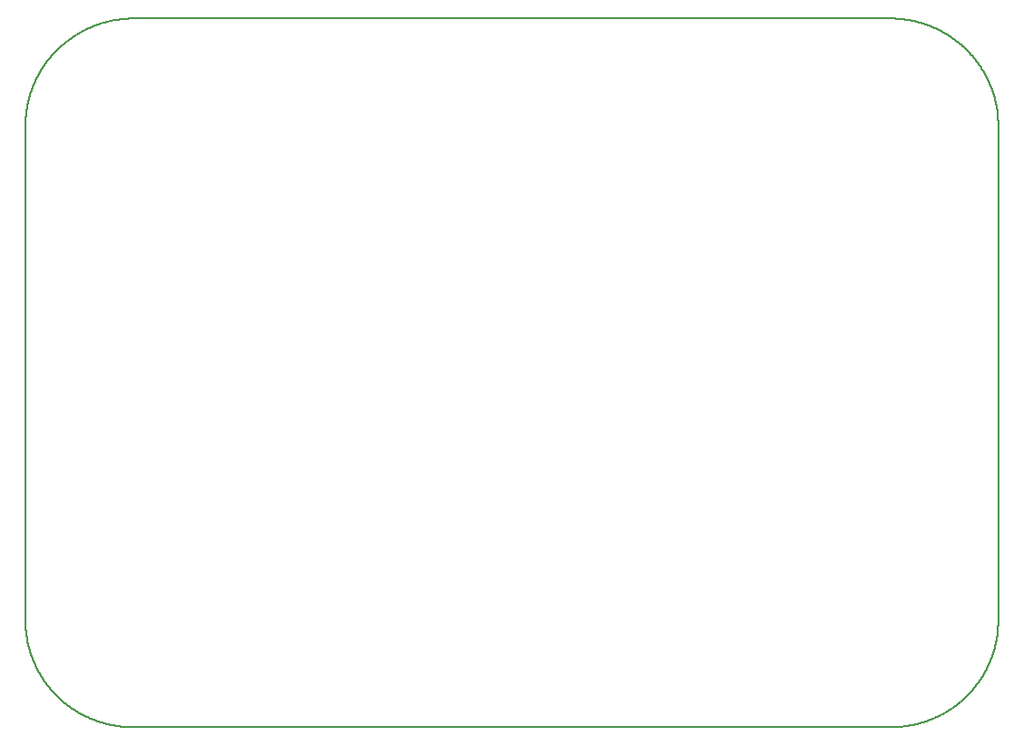
<source format=gm1>
G04 MADE WITH FRITZING*
G04 WWW.FRITZING.ORG*
G04 DOUBLE SIDED*
G04 HOLES PLATED*
G04 CONTOUR ON CENTER OF CONTOUR VECTOR*
%ASAXBY*%
%FSLAX23Y23*%
%MOIN*%
%OFA0B0*%
%SFA1.0B1.0*%
%ADD10C,0.008*%
%LNCONTOUR*%
G90*
G70*
G54D10*
X376Y2605D02*
X377Y2605D01*
X378Y2605D01*
X379Y2605D01*
X380Y2605D01*
X381Y2605D01*
X382Y2605D01*
X383Y2605D01*
X384Y2605D01*
X385Y2605D01*
X386Y2605D01*
X387Y2605D01*
X388Y2605D01*
X389Y2605D01*
X390Y2605D01*
X391Y2605D01*
X392Y2605D01*
X393Y2605D01*
X394Y2605D01*
X395Y2605D01*
X396Y2605D01*
X397Y2605D01*
X398Y2605D01*
X399Y2605D01*
X400Y2605D01*
X401Y2605D01*
X402Y2605D01*
X403Y2605D01*
X404Y2605D01*
X405Y2605D01*
X406Y2605D01*
X407Y2605D01*
X408Y2605D01*
X409Y2605D01*
X410Y2605D01*
X411Y2605D01*
X412Y2605D01*
X413Y2605D01*
X414Y2605D01*
X415Y2605D01*
X416Y2605D01*
X417Y2605D01*
X418Y2605D01*
X419Y2605D01*
X420Y2605D01*
X421Y2605D01*
X422Y2605D01*
X423Y2605D01*
X424Y2605D01*
X425Y2605D01*
X426Y2605D01*
X427Y2605D01*
X428Y2605D01*
X429Y2605D01*
X430Y2605D01*
X431Y2605D01*
X432Y2605D01*
X433Y2605D01*
X434Y2605D01*
X435Y2605D01*
X436Y2605D01*
X437Y2605D01*
X438Y2605D01*
X439Y2605D01*
X440Y2605D01*
X441Y2605D01*
X442Y2605D01*
X443Y2605D01*
X444Y2605D01*
X445Y2605D01*
X446Y2605D01*
X447Y2605D01*
X448Y2605D01*
X449Y2605D01*
X450Y2605D01*
X451Y2605D01*
X452Y2605D01*
X453Y2605D01*
X454Y2605D01*
X455Y2605D01*
X456Y2605D01*
X457Y2605D01*
X458Y2605D01*
X459Y2605D01*
X460Y2605D01*
X461Y2605D01*
X462Y2605D01*
X463Y2605D01*
X464Y2605D01*
X465Y2605D01*
X466Y2605D01*
X467Y2605D01*
X468Y2605D01*
X469Y2605D01*
X470Y2605D01*
X471Y2605D01*
X472Y2605D01*
X473Y2605D01*
X474Y2605D01*
X475Y2605D01*
X476Y2605D01*
X477Y2605D01*
X478Y2605D01*
X479Y2605D01*
X480Y2605D01*
X481Y2605D01*
X482Y2605D01*
X483Y2605D01*
X484Y2605D01*
X485Y2605D01*
X486Y2605D01*
X487Y2605D01*
X488Y2605D01*
X489Y2605D01*
X490Y2605D01*
X491Y2605D01*
X492Y2605D01*
X493Y2605D01*
X494Y2605D01*
X495Y2605D01*
X496Y2605D01*
X497Y2605D01*
X498Y2605D01*
X499Y2605D01*
X500Y2605D01*
X501Y2605D01*
X502Y2605D01*
X503Y2605D01*
X504Y2605D01*
X505Y2605D01*
X506Y2605D01*
X507Y2605D01*
X508Y2605D01*
X509Y2605D01*
X510Y2605D01*
X511Y2605D01*
X512Y2605D01*
X513Y2605D01*
X514Y2605D01*
X515Y2605D01*
X516Y2605D01*
X517Y2605D01*
X518Y2605D01*
X519Y2605D01*
X520Y2605D01*
X521Y2605D01*
X522Y2605D01*
X523Y2605D01*
X524Y2605D01*
X525Y2605D01*
X526Y2605D01*
X527Y2605D01*
X528Y2605D01*
X529Y2605D01*
X530Y2605D01*
X531Y2605D01*
X532Y2605D01*
X533Y2605D01*
X534Y2605D01*
X535Y2605D01*
X536Y2605D01*
X537Y2605D01*
X538Y2605D01*
X539Y2605D01*
X540Y2605D01*
X541Y2605D01*
X542Y2605D01*
X543Y2605D01*
X544Y2605D01*
X545Y2605D01*
X546Y2605D01*
X547Y2605D01*
X548Y2605D01*
X549Y2605D01*
X550Y2605D01*
X551Y2605D01*
X552Y2605D01*
X553Y2605D01*
X554Y2605D01*
X555Y2605D01*
X556Y2605D01*
X557Y2605D01*
X558Y2605D01*
X559Y2605D01*
X560Y2605D01*
X561Y2605D01*
X562Y2605D01*
X563Y2605D01*
X564Y2605D01*
X565Y2605D01*
X566Y2605D01*
X567Y2605D01*
X568Y2605D01*
X569Y2605D01*
X570Y2605D01*
X571Y2605D01*
X572Y2605D01*
X573Y2605D01*
X574Y2605D01*
X575Y2605D01*
X576Y2605D01*
X577Y2605D01*
X578Y2605D01*
X579Y2605D01*
X580Y2605D01*
X581Y2605D01*
X582Y2605D01*
X583Y2605D01*
X584Y2605D01*
X585Y2605D01*
X586Y2605D01*
X587Y2605D01*
X588Y2605D01*
X589Y2605D01*
X590Y2605D01*
X591Y2605D01*
X592Y2605D01*
X593Y2605D01*
X594Y2605D01*
X595Y2605D01*
X596Y2605D01*
X597Y2605D01*
X598Y2605D01*
X599Y2605D01*
X600Y2605D01*
X601Y2605D01*
X602Y2605D01*
X603Y2605D01*
X604Y2605D01*
X605Y2605D01*
X606Y2605D01*
X607Y2605D01*
X608Y2605D01*
X609Y2605D01*
X610Y2605D01*
X611Y2605D01*
X612Y2605D01*
X613Y2605D01*
X614Y2605D01*
X615Y2605D01*
X616Y2605D01*
X617Y2605D01*
X618Y2605D01*
X619Y2605D01*
X620Y2605D01*
X621Y2605D01*
X622Y2605D01*
X623Y2605D01*
X624Y2605D01*
X625Y2605D01*
X626Y2605D01*
X627Y2605D01*
X628Y2605D01*
X629Y2605D01*
X630Y2605D01*
X631Y2605D01*
X632Y2605D01*
X633Y2605D01*
X634Y2605D01*
X635Y2605D01*
X636Y2605D01*
X637Y2605D01*
X638Y2605D01*
X639Y2605D01*
X640Y2605D01*
X641Y2605D01*
X642Y2605D01*
X643Y2605D01*
X644Y2605D01*
X645Y2605D01*
X646Y2605D01*
X647Y2605D01*
X648Y2605D01*
X649Y2605D01*
X650Y2605D01*
X651Y2605D01*
X652Y2605D01*
X653Y2605D01*
X654Y2605D01*
X655Y2605D01*
X656Y2605D01*
X657Y2605D01*
X658Y2605D01*
X659Y2605D01*
X660Y2605D01*
X661Y2605D01*
X662Y2605D01*
X663Y2605D01*
X664Y2605D01*
X665Y2605D01*
X666Y2605D01*
X667Y2605D01*
X668Y2605D01*
X669Y2605D01*
X670Y2605D01*
X671Y2605D01*
X672Y2605D01*
X673Y2605D01*
X674Y2605D01*
X675Y2605D01*
X676Y2605D01*
X677Y2605D01*
X678Y2605D01*
X679Y2605D01*
X680Y2605D01*
X681Y2605D01*
X682Y2605D01*
X683Y2605D01*
X684Y2605D01*
X685Y2605D01*
X686Y2605D01*
X687Y2605D01*
X688Y2605D01*
X689Y2605D01*
X690Y2605D01*
X691Y2605D01*
X692Y2605D01*
X693Y2605D01*
X694Y2605D01*
X695Y2605D01*
X696Y2605D01*
X697Y2605D01*
X698Y2605D01*
X699Y2605D01*
X700Y2605D01*
X701Y2605D01*
X702Y2605D01*
X703Y2605D01*
X704Y2605D01*
X705Y2605D01*
X706Y2605D01*
X707Y2605D01*
X708Y2605D01*
X709Y2605D01*
X710Y2605D01*
X711Y2605D01*
X712Y2605D01*
X713Y2605D01*
X714Y2605D01*
X715Y2605D01*
X716Y2605D01*
X717Y2605D01*
X718Y2605D01*
X719Y2605D01*
X720Y2605D01*
X721Y2605D01*
X722Y2605D01*
X723Y2605D01*
X724Y2605D01*
X725Y2605D01*
X726Y2605D01*
X727Y2605D01*
X728Y2605D01*
X729Y2605D01*
X730Y2605D01*
X731Y2605D01*
X732Y2605D01*
X733Y2605D01*
X734Y2605D01*
X735Y2605D01*
X736Y2605D01*
X737Y2605D01*
X738Y2605D01*
X739Y2605D01*
X740Y2605D01*
X741Y2605D01*
X742Y2605D01*
X743Y2605D01*
X744Y2605D01*
X745Y2605D01*
X746Y2605D01*
X747Y2605D01*
X748Y2605D01*
X749Y2605D01*
X750Y2605D01*
X751Y2605D01*
X752Y2605D01*
X753Y2605D01*
X754Y2605D01*
X755Y2605D01*
X756Y2605D01*
X757Y2605D01*
X758Y2605D01*
X759Y2605D01*
X760Y2605D01*
X761Y2605D01*
X762Y2605D01*
X763Y2605D01*
X764Y2605D01*
X765Y2605D01*
X766Y2605D01*
X767Y2605D01*
X768Y2605D01*
X769Y2605D01*
X770Y2605D01*
X771Y2605D01*
X772Y2605D01*
X773Y2605D01*
X774Y2605D01*
X775Y2605D01*
X776Y2605D01*
X777Y2605D01*
X778Y2605D01*
X779Y2605D01*
X780Y2605D01*
X781Y2605D01*
X782Y2605D01*
X783Y2605D01*
X784Y2605D01*
X785Y2605D01*
X786Y2605D01*
X787Y2605D01*
X788Y2605D01*
X789Y2605D01*
X790Y2605D01*
X791Y2605D01*
X792Y2605D01*
X793Y2605D01*
X794Y2605D01*
X795Y2605D01*
X796Y2605D01*
X797Y2605D01*
X798Y2605D01*
X799Y2605D01*
X800Y2605D01*
X801Y2605D01*
X802Y2605D01*
X803Y2605D01*
X804Y2605D01*
X805Y2605D01*
X806Y2605D01*
X807Y2605D01*
X808Y2605D01*
X809Y2605D01*
X810Y2605D01*
X811Y2605D01*
X812Y2605D01*
X813Y2605D01*
X814Y2605D01*
X815Y2605D01*
X816Y2605D01*
X817Y2605D01*
X818Y2605D01*
X819Y2605D01*
X820Y2605D01*
X821Y2605D01*
X822Y2605D01*
X823Y2605D01*
X824Y2605D01*
X825Y2605D01*
X826Y2605D01*
X827Y2605D01*
X828Y2605D01*
X829Y2605D01*
X830Y2605D01*
X831Y2605D01*
X832Y2605D01*
X833Y2605D01*
X834Y2605D01*
X835Y2605D01*
X836Y2605D01*
X837Y2605D01*
X838Y2605D01*
X839Y2605D01*
X840Y2605D01*
X841Y2605D01*
X842Y2605D01*
X843Y2605D01*
X844Y2605D01*
X845Y2605D01*
X846Y2605D01*
X847Y2605D01*
X848Y2605D01*
X849Y2605D01*
X850Y2605D01*
X851Y2605D01*
X852Y2605D01*
X853Y2605D01*
X854Y2605D01*
X855Y2605D01*
X856Y2605D01*
X857Y2605D01*
X858Y2605D01*
X859Y2605D01*
X860Y2605D01*
X861Y2605D01*
X862Y2605D01*
X863Y2605D01*
X864Y2605D01*
X865Y2605D01*
X866Y2605D01*
X867Y2605D01*
X868Y2605D01*
X869Y2605D01*
X870Y2605D01*
X871Y2605D01*
X872Y2605D01*
X873Y2605D01*
X874Y2605D01*
X875Y2605D01*
X876Y2605D01*
X877Y2605D01*
X878Y2605D01*
X879Y2605D01*
X880Y2605D01*
X881Y2605D01*
X882Y2605D01*
X883Y2605D01*
X884Y2605D01*
X885Y2605D01*
X886Y2605D01*
X887Y2605D01*
X888Y2605D01*
X889Y2605D01*
X890Y2605D01*
X891Y2605D01*
X892Y2605D01*
X893Y2605D01*
X894Y2605D01*
X895Y2605D01*
X896Y2605D01*
X897Y2605D01*
X898Y2605D01*
X899Y2605D01*
X900Y2605D01*
X901Y2605D01*
X902Y2605D01*
X903Y2605D01*
X904Y2605D01*
X905Y2605D01*
X906Y2605D01*
X907Y2605D01*
X908Y2605D01*
X909Y2605D01*
X910Y2605D01*
X911Y2605D01*
X912Y2605D01*
X913Y2605D01*
X914Y2605D01*
X915Y2605D01*
X916Y2605D01*
X917Y2605D01*
X918Y2605D01*
X919Y2605D01*
X920Y2605D01*
X921Y2605D01*
X922Y2605D01*
X923Y2605D01*
X924Y2605D01*
X925Y2605D01*
X926Y2605D01*
X927Y2605D01*
X928Y2605D01*
X929Y2605D01*
X930Y2605D01*
X931Y2605D01*
X932Y2605D01*
X933Y2605D01*
X934Y2605D01*
X935Y2605D01*
X936Y2605D01*
X937Y2605D01*
X938Y2605D01*
X939Y2605D01*
X940Y2605D01*
X941Y2605D01*
X942Y2605D01*
X943Y2605D01*
X944Y2605D01*
X945Y2605D01*
X946Y2605D01*
X947Y2605D01*
X948Y2605D01*
X949Y2605D01*
X950Y2605D01*
X951Y2605D01*
X952Y2605D01*
X953Y2605D01*
X954Y2605D01*
X955Y2605D01*
X956Y2605D01*
X957Y2605D01*
X958Y2605D01*
X959Y2605D01*
X960Y2605D01*
X961Y2605D01*
X962Y2605D01*
X963Y2605D01*
X964Y2605D01*
X965Y2605D01*
X966Y2605D01*
X967Y2605D01*
X968Y2605D01*
X969Y2605D01*
X970Y2605D01*
X971Y2605D01*
X972Y2605D01*
X973Y2605D01*
X974Y2605D01*
X975Y2605D01*
X976Y2605D01*
X977Y2605D01*
X978Y2605D01*
X979Y2605D01*
X980Y2605D01*
X981Y2605D01*
X982Y2605D01*
X983Y2605D01*
X984Y2605D01*
X985Y2605D01*
X986Y2605D01*
X987Y2605D01*
X988Y2605D01*
X989Y2605D01*
X990Y2605D01*
X991Y2605D01*
X992Y2605D01*
X993Y2605D01*
X994Y2605D01*
X995Y2605D01*
X996Y2605D01*
X997Y2605D01*
X998Y2605D01*
X999Y2605D01*
X1000Y2605D01*
X1001Y2605D01*
X1002Y2605D01*
X1003Y2605D01*
X1004Y2605D01*
X1005Y2605D01*
X1006Y2605D01*
X1007Y2605D01*
X1008Y2605D01*
X1009Y2605D01*
X1010Y2605D01*
X1011Y2605D01*
X1012Y2605D01*
X1013Y2605D01*
X1014Y2605D01*
X1015Y2605D01*
X1016Y2605D01*
X1017Y2605D01*
X1018Y2605D01*
X1019Y2605D01*
X1020Y2605D01*
X1021Y2605D01*
X1022Y2605D01*
X1023Y2605D01*
X1024Y2605D01*
X1025Y2605D01*
X1026Y2605D01*
X1027Y2605D01*
X1028Y2605D01*
X1029Y2605D01*
X1030Y2605D01*
X1031Y2605D01*
X1032Y2605D01*
X1033Y2605D01*
X1034Y2605D01*
X1035Y2605D01*
X1036Y2605D01*
X1037Y2605D01*
X1038Y2605D01*
X1039Y2605D01*
X1040Y2605D01*
X1041Y2605D01*
X1042Y2605D01*
X1043Y2605D01*
X1044Y2605D01*
X1045Y2605D01*
X1046Y2605D01*
X1047Y2605D01*
X1048Y2605D01*
X1049Y2605D01*
X1050Y2605D01*
X1051Y2605D01*
X1052Y2605D01*
X1053Y2605D01*
X1054Y2605D01*
X1055Y2605D01*
X1056Y2605D01*
X1057Y2605D01*
X1058Y2605D01*
X1059Y2605D01*
X1060Y2605D01*
X1061Y2605D01*
X1062Y2605D01*
X1063Y2605D01*
X1064Y2605D01*
X1065Y2605D01*
X1066Y2605D01*
X1067Y2605D01*
X1068Y2605D01*
X1069Y2605D01*
X1070Y2605D01*
X1071Y2605D01*
X1072Y2605D01*
X1073Y2605D01*
X1074Y2605D01*
X1075Y2605D01*
X1076Y2605D01*
X1077Y2605D01*
X1078Y2605D01*
X1079Y2605D01*
X1080Y2605D01*
X1081Y2605D01*
X1082Y2605D01*
X1083Y2605D01*
X1084Y2605D01*
X1085Y2605D01*
X1086Y2605D01*
X1087Y2605D01*
X1088Y2605D01*
X1089Y2605D01*
X1090Y2605D01*
X1091Y2605D01*
X1092Y2605D01*
X1093Y2605D01*
X1094Y2605D01*
X1095Y2605D01*
X1096Y2605D01*
X1097Y2605D01*
X1098Y2605D01*
X1099Y2605D01*
X1100Y2605D01*
X1101Y2605D01*
X1102Y2605D01*
X1103Y2605D01*
X1104Y2605D01*
X1105Y2605D01*
X1106Y2605D01*
X1107Y2605D01*
X1108Y2605D01*
X1109Y2605D01*
X1110Y2605D01*
X1111Y2605D01*
X1112Y2605D01*
X1113Y2605D01*
X1114Y2605D01*
X1115Y2605D01*
X1116Y2605D01*
X1117Y2605D01*
X1118Y2605D01*
X1119Y2605D01*
X1120Y2605D01*
X1121Y2605D01*
X1122Y2605D01*
X1123Y2605D01*
X1124Y2605D01*
X1125Y2605D01*
X1126Y2605D01*
X1127Y2605D01*
X1128Y2605D01*
X1129Y2605D01*
X1130Y2605D01*
X1131Y2605D01*
X1132Y2605D01*
X1133Y2605D01*
X1134Y2605D01*
X1135Y2605D01*
X1136Y2605D01*
X1137Y2605D01*
X1138Y2605D01*
X1139Y2605D01*
X1140Y2605D01*
X1141Y2605D01*
X1142Y2605D01*
X1143Y2605D01*
X1144Y2605D01*
X1145Y2605D01*
X1146Y2605D01*
X1147Y2605D01*
X1148Y2605D01*
X1149Y2605D01*
X1150Y2605D01*
X1151Y2605D01*
X1152Y2605D01*
X1153Y2605D01*
X1154Y2605D01*
X1155Y2605D01*
X1156Y2605D01*
X1157Y2605D01*
X1158Y2605D01*
X1159Y2605D01*
X1160Y2605D01*
X1161Y2605D01*
X1162Y2605D01*
X1163Y2605D01*
X1164Y2605D01*
X1165Y2605D01*
X1166Y2605D01*
X1167Y2605D01*
X1168Y2605D01*
X1169Y2605D01*
X1170Y2605D01*
X1171Y2605D01*
X1172Y2605D01*
X1173Y2605D01*
X1174Y2605D01*
X1175Y2605D01*
X1176Y2605D01*
X1177Y2605D01*
X1178Y2605D01*
X1179Y2605D01*
X1180Y2605D01*
X1181Y2605D01*
X1182Y2605D01*
X1183Y2605D01*
X1184Y2605D01*
X1185Y2605D01*
X1186Y2605D01*
X1187Y2605D01*
X1188Y2605D01*
X1189Y2605D01*
X1190Y2605D01*
X1191Y2605D01*
X1192Y2605D01*
X1193Y2605D01*
X1194Y2605D01*
X1195Y2605D01*
X1196Y2605D01*
X1197Y2605D01*
X1198Y2605D01*
X1199Y2605D01*
X1200Y2605D01*
X1201Y2605D01*
X1202Y2605D01*
X1203Y2605D01*
X1204Y2605D01*
X1205Y2605D01*
X1206Y2605D01*
X1207Y2605D01*
X1208Y2605D01*
X1209Y2605D01*
X1210Y2605D01*
X1211Y2605D01*
X1212Y2605D01*
X1213Y2605D01*
X1214Y2605D01*
X1215Y2605D01*
X1216Y2605D01*
X1217Y2605D01*
X1218Y2605D01*
X1219Y2605D01*
X1220Y2605D01*
X1221Y2605D01*
X1222Y2605D01*
X1223Y2605D01*
X1224Y2605D01*
X1225Y2605D01*
X1226Y2605D01*
X1227Y2605D01*
X1228Y2605D01*
X1229Y2605D01*
X1230Y2605D01*
X1231Y2605D01*
X1232Y2605D01*
X1233Y2605D01*
X1234Y2605D01*
X1235Y2605D01*
X1236Y2605D01*
X1237Y2605D01*
X1238Y2605D01*
X1239Y2605D01*
X1240Y2605D01*
X1241Y2605D01*
X1242Y2605D01*
X1243Y2605D01*
X1244Y2605D01*
X1245Y2605D01*
X1246Y2605D01*
X1247Y2605D01*
X1248Y2605D01*
X1249Y2605D01*
X1250Y2605D01*
X1251Y2605D01*
X1252Y2605D01*
X1253Y2605D01*
X1254Y2605D01*
X1255Y2605D01*
X1256Y2605D01*
X1257Y2605D01*
X1258Y2605D01*
X1259Y2605D01*
X1260Y2605D01*
X1261Y2605D01*
X1262Y2605D01*
X1263Y2605D01*
X1264Y2605D01*
X1265Y2605D01*
X1266Y2605D01*
X1267Y2605D01*
X1268Y2605D01*
X1269Y2605D01*
X1270Y2605D01*
X1271Y2605D01*
X1272Y2605D01*
X1273Y2605D01*
X1274Y2605D01*
X1275Y2605D01*
X1276Y2605D01*
X1277Y2605D01*
X1278Y2605D01*
X1279Y2605D01*
X1280Y2605D01*
X1281Y2605D01*
X1282Y2605D01*
X1283Y2605D01*
X1284Y2605D01*
X1285Y2605D01*
X1286Y2605D01*
X1287Y2605D01*
X1288Y2605D01*
X1289Y2605D01*
X1290Y2605D01*
X1291Y2605D01*
X1292Y2605D01*
X1293Y2605D01*
X1294Y2605D01*
X1295Y2605D01*
X1296Y2605D01*
X1297Y2605D01*
X1298Y2605D01*
X1299Y2605D01*
X1300Y2605D01*
X1301Y2605D01*
X1302Y2605D01*
X1303Y2605D01*
X1304Y2605D01*
X1305Y2605D01*
X1306Y2605D01*
X1307Y2605D01*
X1308Y2605D01*
X1309Y2605D01*
X1310Y2605D01*
X1311Y2605D01*
X1312Y2605D01*
X1313Y2605D01*
X1314Y2605D01*
X1315Y2605D01*
X1316Y2605D01*
X1317Y2605D01*
X1318Y2605D01*
X1319Y2605D01*
X1320Y2605D01*
X1321Y2605D01*
X1322Y2605D01*
X1323Y2605D01*
X1324Y2605D01*
X1325Y2605D01*
X1326Y2605D01*
X1327Y2605D01*
X1328Y2605D01*
X1329Y2605D01*
X1330Y2605D01*
X1331Y2605D01*
X1332Y2605D01*
X1333Y2605D01*
X1334Y2605D01*
X1335Y2605D01*
X1336Y2605D01*
X1337Y2605D01*
X1338Y2605D01*
X1339Y2605D01*
X1340Y2605D01*
X1341Y2605D01*
X1342Y2605D01*
X1343Y2605D01*
X1344Y2605D01*
X1345Y2605D01*
X1346Y2605D01*
X1347Y2605D01*
X1348Y2605D01*
X1349Y2605D01*
X1350Y2605D01*
X1351Y2605D01*
X1352Y2605D01*
X1353Y2605D01*
X1354Y2605D01*
X1355Y2605D01*
X1356Y2605D01*
X1357Y2605D01*
X1358Y2605D01*
X1359Y2605D01*
X1360Y2605D01*
X1361Y2605D01*
X1362Y2605D01*
X1363Y2605D01*
X1364Y2605D01*
X1365Y2605D01*
X1366Y2605D01*
X1367Y2605D01*
X1368Y2605D01*
X1369Y2605D01*
X1370Y2605D01*
X1371Y2605D01*
X1372Y2605D01*
X1373Y2605D01*
X1374Y2605D01*
X1375Y2605D01*
X1376Y2605D01*
X1377Y2605D01*
X1378Y2605D01*
X1379Y2605D01*
X1380Y2605D01*
X1381Y2605D01*
X1382Y2605D01*
X1383Y2605D01*
X1384Y2605D01*
X1385Y2605D01*
X1386Y2605D01*
X1387Y2605D01*
X1388Y2605D01*
X1389Y2605D01*
X1390Y2605D01*
X1391Y2605D01*
X1392Y2605D01*
X1393Y2605D01*
X1394Y2605D01*
X1395Y2605D01*
X1396Y2605D01*
X1397Y2605D01*
X1398Y2605D01*
X1399Y2605D01*
X1400Y2605D01*
X1401Y2605D01*
X1402Y2605D01*
X1403Y2605D01*
X1404Y2605D01*
X1405Y2605D01*
X1406Y2605D01*
X1407Y2605D01*
X1408Y2605D01*
X1409Y2605D01*
X1410Y2605D01*
X1411Y2605D01*
X1412Y2605D01*
X1413Y2605D01*
X1414Y2605D01*
X1415Y2605D01*
X1416Y2605D01*
X1417Y2605D01*
X1418Y2605D01*
X1419Y2605D01*
X1420Y2605D01*
X1421Y2605D01*
X1422Y2605D01*
X1423Y2605D01*
X1424Y2605D01*
X1425Y2605D01*
X1426Y2605D01*
X1427Y2605D01*
X1428Y2605D01*
X1429Y2605D01*
X1430Y2605D01*
X1431Y2605D01*
X1432Y2605D01*
X1433Y2605D01*
X1434Y2605D01*
X1435Y2605D01*
X1436Y2605D01*
X1437Y2605D01*
X1438Y2605D01*
X1439Y2605D01*
X1440Y2605D01*
X1441Y2605D01*
X1442Y2605D01*
X1443Y2605D01*
X1444Y2605D01*
X1445Y2605D01*
X1446Y2605D01*
X1447Y2605D01*
X1448Y2605D01*
X1449Y2605D01*
X1450Y2605D01*
X1451Y2605D01*
X1452Y2605D01*
X1453Y2605D01*
X1454Y2605D01*
X1455Y2605D01*
X1456Y2605D01*
X1457Y2605D01*
X1458Y2605D01*
X1459Y2605D01*
X1460Y2605D01*
X1461Y2605D01*
X1462Y2605D01*
X1463Y2605D01*
X1464Y2605D01*
X1465Y2605D01*
X1466Y2605D01*
X1467Y2605D01*
X1468Y2605D01*
X1469Y2605D01*
X1470Y2605D01*
X1471Y2605D01*
X1472Y2605D01*
X1473Y2605D01*
X1474Y2605D01*
X1475Y2605D01*
X1476Y2605D01*
X1477Y2605D01*
X1478Y2605D01*
X1479Y2605D01*
X1480Y2605D01*
X1481Y2605D01*
X1482Y2605D01*
X1483Y2605D01*
X1484Y2605D01*
X1485Y2605D01*
X1486Y2605D01*
X1487Y2605D01*
X1488Y2605D01*
X1489Y2605D01*
X1490Y2605D01*
X1491Y2605D01*
X1492Y2605D01*
X1493Y2605D01*
X1494Y2605D01*
X1495Y2605D01*
X1496Y2605D01*
X1497Y2605D01*
X1498Y2605D01*
X1499Y2605D01*
X1500Y2605D01*
X1501Y2605D01*
X1502Y2605D01*
X1503Y2605D01*
X1504Y2605D01*
X1505Y2605D01*
X1506Y2605D01*
X1507Y2605D01*
X1508Y2605D01*
X1509Y2605D01*
X1510Y2605D01*
X1511Y2605D01*
X1512Y2605D01*
X1513Y2605D01*
X1514Y2605D01*
X1515Y2605D01*
X1516Y2605D01*
X1517Y2605D01*
X1518Y2605D01*
X1519Y2605D01*
X1520Y2605D01*
X1521Y2605D01*
X1522Y2605D01*
X1523Y2605D01*
X1524Y2605D01*
X1525Y2605D01*
X1526Y2605D01*
X1527Y2605D01*
X1528Y2605D01*
X1529Y2605D01*
X1530Y2605D01*
X1531Y2605D01*
X1532Y2605D01*
X1533Y2605D01*
X1534Y2605D01*
X1535Y2605D01*
X1536Y2605D01*
X1537Y2605D01*
X1538Y2605D01*
X1539Y2605D01*
X1540Y2605D01*
X1541Y2605D01*
X1542Y2605D01*
X1543Y2605D01*
X1544Y2605D01*
X1545Y2605D01*
X1546Y2605D01*
X1547Y2605D01*
X1548Y2605D01*
X1549Y2605D01*
X1550Y2605D01*
X1551Y2605D01*
X1552Y2605D01*
X1553Y2605D01*
X1554Y2605D01*
X1555Y2605D01*
X1556Y2605D01*
X1557Y2605D01*
X1558Y2605D01*
X1559Y2605D01*
X1560Y2605D01*
X1561Y2605D01*
X1562Y2605D01*
X1563Y2605D01*
X1564Y2605D01*
X1565Y2605D01*
X1566Y2605D01*
X1567Y2605D01*
X1568Y2605D01*
X1569Y2605D01*
X1570Y2605D01*
X1571Y2605D01*
X1572Y2605D01*
X1573Y2605D01*
X1574Y2605D01*
X1575Y2605D01*
X1576Y2605D01*
X1577Y2605D01*
X1578Y2605D01*
X1579Y2605D01*
X1580Y2605D01*
X1581Y2605D01*
X1582Y2605D01*
X1583Y2605D01*
X1584Y2605D01*
X1585Y2605D01*
X1586Y2605D01*
X1587Y2605D01*
X1588Y2605D01*
X1589Y2605D01*
X1590Y2605D01*
X1591Y2605D01*
X1592Y2605D01*
X1593Y2605D01*
X1594Y2605D01*
X1595Y2605D01*
X1596Y2605D01*
X1597Y2605D01*
X1598Y2605D01*
X1599Y2605D01*
X1600Y2605D01*
X1601Y2605D01*
X1602Y2605D01*
X1603Y2605D01*
X1604Y2605D01*
X1605Y2605D01*
X1606Y2605D01*
X1607Y2605D01*
X1608Y2605D01*
X1609Y2605D01*
X1610Y2605D01*
X1611Y2605D01*
X1612Y2605D01*
X1613Y2605D01*
X1614Y2605D01*
X1615Y2605D01*
X1616Y2605D01*
X1617Y2605D01*
X1618Y2605D01*
X1619Y2605D01*
X1620Y2605D01*
X1621Y2605D01*
X1622Y2605D01*
X1623Y2605D01*
X1624Y2605D01*
X1625Y2605D01*
X1626Y2605D01*
X1627Y2605D01*
X1628Y2605D01*
X1629Y2605D01*
X1630Y2605D01*
X1631Y2605D01*
X1632Y2605D01*
X1633Y2605D01*
X1634Y2605D01*
X1635Y2605D01*
X1636Y2605D01*
X1637Y2605D01*
X1638Y2605D01*
X1639Y2605D01*
X1640Y2605D01*
X1641Y2605D01*
X1642Y2605D01*
X1643Y2605D01*
X1644Y2605D01*
X1645Y2605D01*
X1646Y2605D01*
X1647Y2605D01*
X1648Y2605D01*
X1649Y2605D01*
X1650Y2605D01*
X1651Y2605D01*
X1652Y2605D01*
X1653Y2605D01*
X1654Y2605D01*
X1655Y2605D01*
X1656Y2605D01*
X1657Y2605D01*
X1658Y2605D01*
X1659Y2605D01*
X1660Y2605D01*
X1661Y2605D01*
X1662Y2605D01*
X1663Y2605D01*
X1664Y2605D01*
X1665Y2605D01*
X1666Y2605D01*
X1667Y2605D01*
X1668Y2605D01*
X1669Y2605D01*
X1670Y2605D01*
X1671Y2605D01*
X1672Y2605D01*
X1673Y2605D01*
X1674Y2605D01*
X1675Y2605D01*
X1676Y2605D01*
X1677Y2605D01*
X1678Y2605D01*
X1679Y2605D01*
X1680Y2605D01*
X1681Y2605D01*
X1682Y2605D01*
X1683Y2605D01*
X1684Y2605D01*
X1685Y2605D01*
X1686Y2605D01*
X1687Y2605D01*
X1688Y2605D01*
X1689Y2605D01*
X1690Y2605D01*
X1691Y2605D01*
X1692Y2605D01*
X1693Y2605D01*
X1694Y2605D01*
X1695Y2605D01*
X1696Y2605D01*
X1697Y2605D01*
X1698Y2605D01*
X1699Y2605D01*
X1700Y2605D01*
X1701Y2605D01*
X1702Y2605D01*
X1703Y2605D01*
X1704Y2605D01*
X1705Y2605D01*
X1706Y2605D01*
X1707Y2605D01*
X1708Y2605D01*
X1709Y2605D01*
X1710Y2605D01*
X1711Y2605D01*
X1712Y2605D01*
X1713Y2605D01*
X1714Y2605D01*
X1715Y2605D01*
X1716Y2605D01*
X1717Y2605D01*
X1718Y2605D01*
X1719Y2605D01*
X1720Y2605D01*
X1721Y2605D01*
X1722Y2605D01*
X1723Y2605D01*
X1724Y2605D01*
X1725Y2605D01*
X1726Y2605D01*
X1727Y2605D01*
X1728Y2605D01*
X1729Y2605D01*
X1730Y2605D01*
X1731Y2605D01*
X1732Y2605D01*
X1733Y2605D01*
X1734Y2605D01*
X1735Y2605D01*
X1736Y2605D01*
X1737Y2605D01*
X1738Y2605D01*
X1739Y2605D01*
X1740Y2605D01*
X1741Y2605D01*
X1742Y2605D01*
X1743Y2605D01*
X1744Y2605D01*
X1745Y2605D01*
X1746Y2605D01*
X1747Y2605D01*
X1748Y2605D01*
X1749Y2605D01*
X1750Y2605D01*
X1751Y2605D01*
X1752Y2605D01*
X1753Y2605D01*
X1754Y2605D01*
X1755Y2605D01*
X1756Y2605D01*
X1757Y2605D01*
X1758Y2605D01*
X1759Y2605D01*
X1760Y2605D01*
X1761Y2605D01*
X1762Y2605D01*
X1763Y2605D01*
X1764Y2605D01*
X1765Y2605D01*
X1766Y2605D01*
X1767Y2605D01*
X1768Y2605D01*
X1769Y2605D01*
X1770Y2605D01*
X1771Y2605D01*
X1772Y2605D01*
X1773Y2605D01*
X1774Y2605D01*
X1775Y2605D01*
X1776Y2605D01*
X1777Y2605D01*
X1778Y2605D01*
X1779Y2605D01*
X1780Y2605D01*
X1781Y2605D01*
X1782Y2605D01*
X1783Y2605D01*
X1784Y2605D01*
X1785Y2605D01*
X1786Y2605D01*
X1787Y2605D01*
X1788Y2605D01*
X1789Y2605D01*
X1790Y2605D01*
X1791Y2605D01*
X1792Y2605D01*
X1793Y2605D01*
X1794Y2605D01*
X1795Y2605D01*
X1796Y2605D01*
X1797Y2605D01*
X1798Y2605D01*
X1799Y2605D01*
X1800Y2605D01*
X1801Y2605D01*
X1802Y2605D01*
X1803Y2605D01*
X1804Y2605D01*
X1805Y2605D01*
X1806Y2605D01*
X1807Y2605D01*
X1808Y2605D01*
X1809Y2605D01*
X1810Y2605D01*
X1811Y2605D01*
X1812Y2605D01*
X1813Y2605D01*
X1814Y2605D01*
X1815Y2605D01*
X1816Y2605D01*
X1817Y2605D01*
X1818Y2605D01*
X1819Y2605D01*
X1820Y2605D01*
X1821Y2605D01*
X1822Y2605D01*
X1823Y2605D01*
X1824Y2605D01*
X1825Y2605D01*
X1826Y2605D01*
X1827Y2605D01*
X1828Y2605D01*
X1829Y2605D01*
X1830Y2605D01*
X1831Y2605D01*
X1832Y2605D01*
X1833Y2605D01*
X1834Y2605D01*
X1835Y2605D01*
X1836Y2605D01*
X1837Y2605D01*
X1838Y2605D01*
X1839Y2605D01*
X1840Y2605D01*
X1841Y2605D01*
X1842Y2605D01*
X1843Y2605D01*
X1844Y2605D01*
X1845Y2605D01*
X1846Y2605D01*
X1847Y2605D01*
X1848Y2605D01*
X1849Y2605D01*
X1850Y2605D01*
X1851Y2605D01*
X1852Y2605D01*
X1853Y2605D01*
X1854Y2605D01*
X1855Y2605D01*
X1856Y2605D01*
X1857Y2605D01*
X1858Y2605D01*
X1859Y2605D01*
X1860Y2605D01*
X1861Y2605D01*
X1862Y2605D01*
X1863Y2605D01*
X1864Y2605D01*
X1865Y2605D01*
X1866Y2605D01*
X1867Y2605D01*
X1868Y2605D01*
X1869Y2605D01*
X1870Y2605D01*
X1871Y2605D01*
X1872Y2605D01*
X1873Y2605D01*
X1874Y2605D01*
X1875Y2605D01*
X1876Y2605D01*
X1877Y2605D01*
X1878Y2605D01*
X1879Y2605D01*
X1880Y2605D01*
X1881Y2605D01*
X1882Y2605D01*
X1883Y2605D01*
X1884Y2605D01*
X1885Y2605D01*
X1886Y2605D01*
X1887Y2605D01*
X1888Y2605D01*
X1889Y2605D01*
X1890Y2605D01*
X1891Y2605D01*
X1892Y2605D01*
X1893Y2605D01*
X1894Y2605D01*
X1895Y2605D01*
X1896Y2605D01*
X1897Y2605D01*
X1898Y2605D01*
X1899Y2605D01*
X1900Y2605D01*
X1901Y2605D01*
X1902Y2605D01*
X1903Y2605D01*
X1904Y2605D01*
X1905Y2605D01*
X1906Y2605D01*
X1907Y2605D01*
X1908Y2605D01*
X1909Y2605D01*
X1910Y2605D01*
X1911Y2605D01*
X1912Y2605D01*
X1913Y2605D01*
X1914Y2605D01*
X1915Y2605D01*
X1916Y2605D01*
X1917Y2605D01*
X1918Y2605D01*
X1919Y2605D01*
X1920Y2605D01*
X1921Y2605D01*
X1922Y2605D01*
X1923Y2605D01*
X1924Y2605D01*
X1925Y2605D01*
X1926Y2605D01*
X1927Y2605D01*
X1928Y2605D01*
X1929Y2605D01*
X1930Y2605D01*
X1931Y2605D01*
X1932Y2605D01*
X1933Y2605D01*
X1934Y2605D01*
X1935Y2605D01*
X1936Y2605D01*
X1937Y2605D01*
X1938Y2605D01*
X1939Y2605D01*
X1940Y2605D01*
X1941Y2605D01*
X1942Y2605D01*
X1943Y2605D01*
X1944Y2605D01*
X1945Y2605D01*
X1946Y2605D01*
X1947Y2605D01*
X1948Y2605D01*
X1949Y2605D01*
X1950Y2605D01*
X1951Y2605D01*
X1952Y2605D01*
X1953Y2605D01*
X1954Y2605D01*
X1955Y2605D01*
X1956Y2605D01*
X1957Y2605D01*
X1958Y2605D01*
X1959Y2605D01*
X1960Y2605D01*
X1961Y2605D01*
X1962Y2605D01*
X1963Y2605D01*
X1964Y2605D01*
X1965Y2605D01*
X1966Y2605D01*
X1967Y2605D01*
X1968Y2605D01*
X1969Y2605D01*
X1970Y2605D01*
X1971Y2605D01*
X1972Y2605D01*
X1973Y2605D01*
X1974Y2605D01*
X1975Y2605D01*
X1976Y2605D01*
X1977Y2605D01*
X1978Y2605D01*
X1979Y2605D01*
X1980Y2605D01*
X1981Y2605D01*
X1982Y2605D01*
X1983Y2605D01*
X1984Y2605D01*
X1985Y2605D01*
X1986Y2605D01*
X1987Y2605D01*
X1988Y2605D01*
X1989Y2605D01*
X1990Y2605D01*
X1991Y2605D01*
X1992Y2605D01*
X1993Y2605D01*
X1994Y2605D01*
X1995Y2605D01*
X1996Y2605D01*
X1997Y2605D01*
X1998Y2605D01*
X1999Y2605D01*
X2000Y2605D01*
X2001Y2605D01*
X2002Y2605D01*
X2003Y2605D01*
X2004Y2605D01*
X2005Y2605D01*
X2006Y2605D01*
X2007Y2605D01*
X2008Y2605D01*
X2009Y2605D01*
X2010Y2605D01*
X2011Y2605D01*
X2012Y2605D01*
X2013Y2605D01*
X2014Y2605D01*
X2015Y2605D01*
X2016Y2605D01*
X2017Y2605D01*
X2018Y2605D01*
X2019Y2605D01*
X2020Y2605D01*
X2021Y2605D01*
X2022Y2605D01*
X2023Y2605D01*
X2024Y2605D01*
X2025Y2605D01*
X2026Y2605D01*
X2027Y2605D01*
X2028Y2605D01*
X2029Y2605D01*
X2030Y2605D01*
X2031Y2605D01*
X2032Y2605D01*
X2033Y2605D01*
X2034Y2605D01*
X2035Y2605D01*
X2036Y2605D01*
X2037Y2605D01*
X2038Y2605D01*
X2039Y2605D01*
X2040Y2605D01*
X2041Y2605D01*
X2042Y2605D01*
X2043Y2605D01*
X2044Y2605D01*
X2045Y2605D01*
X2046Y2605D01*
X2047Y2605D01*
X2048Y2605D01*
X2049Y2605D01*
X2050Y2605D01*
X2051Y2605D01*
X2052Y2605D01*
X2053Y2605D01*
X2054Y2605D01*
X2055Y2605D01*
X2056Y2605D01*
X2057Y2605D01*
X2058Y2605D01*
X2059Y2605D01*
X2060Y2605D01*
X2061Y2605D01*
X2062Y2605D01*
X2063Y2605D01*
X2064Y2605D01*
X2065Y2605D01*
X2066Y2605D01*
X2067Y2605D01*
X2068Y2605D01*
X2069Y2605D01*
X2070Y2605D01*
X2071Y2605D01*
X2072Y2605D01*
X2073Y2605D01*
X2074Y2605D01*
X2075Y2605D01*
X2076Y2605D01*
X2077Y2605D01*
X2078Y2605D01*
X2079Y2605D01*
X2080Y2605D01*
X2081Y2605D01*
X2082Y2605D01*
X2083Y2605D01*
X2084Y2605D01*
X2085Y2605D01*
X2086Y2605D01*
X2087Y2605D01*
X2088Y2605D01*
X2089Y2605D01*
X2090Y2605D01*
X2091Y2605D01*
X2092Y2605D01*
X2093Y2605D01*
X2094Y2605D01*
X2095Y2605D01*
X2096Y2605D01*
X2097Y2605D01*
X2098Y2605D01*
X2099Y2605D01*
X2100Y2605D01*
X2101Y2605D01*
X2102Y2605D01*
X2103Y2605D01*
X2104Y2605D01*
X2105Y2605D01*
X2106Y2605D01*
X2107Y2605D01*
X2108Y2605D01*
X2109Y2605D01*
X2110Y2605D01*
X2111Y2605D01*
X2112Y2605D01*
X2113Y2605D01*
X2114Y2605D01*
X2115Y2605D01*
X2116Y2605D01*
X2117Y2605D01*
X2118Y2605D01*
X2119Y2605D01*
X2120Y2605D01*
X2121Y2605D01*
X2122Y2605D01*
X2123Y2605D01*
X2124Y2605D01*
X2125Y2605D01*
X2126Y2605D01*
X2127Y2605D01*
X2128Y2605D01*
X2129Y2605D01*
X2130Y2605D01*
X2131Y2605D01*
X2132Y2605D01*
X2133Y2605D01*
X2134Y2605D01*
X2135Y2605D01*
X2136Y2605D01*
X2137Y2605D01*
X2138Y2605D01*
X2139Y2605D01*
X2140Y2605D01*
X2141Y2605D01*
X2142Y2605D01*
X2143Y2605D01*
X2144Y2605D01*
X2145Y2605D01*
X2146Y2605D01*
X2147Y2605D01*
X2148Y2605D01*
X2149Y2605D01*
X2150Y2605D01*
X2151Y2605D01*
X2152Y2605D01*
X2153Y2605D01*
X2154Y2605D01*
X2155Y2605D01*
X2156Y2605D01*
X2157Y2605D01*
X2158Y2605D01*
X2159Y2605D01*
X2160Y2605D01*
X2161Y2605D01*
X2162Y2605D01*
X2163Y2605D01*
X2164Y2605D01*
X2165Y2605D01*
X2166Y2605D01*
X2167Y2605D01*
X2168Y2605D01*
X2169Y2605D01*
X2170Y2605D01*
X2171Y2605D01*
X2172Y2605D01*
X2173Y2605D01*
X2174Y2605D01*
X2175Y2605D01*
X2176Y2605D01*
X2177Y2605D01*
X2178Y2605D01*
X2179Y2605D01*
X2180Y2605D01*
X2181Y2605D01*
X2182Y2605D01*
X2183Y2605D01*
X2184Y2605D01*
X2185Y2605D01*
X2186Y2605D01*
X2187Y2605D01*
X2188Y2605D01*
X2189Y2605D01*
X2190Y2605D01*
X2191Y2605D01*
X2192Y2605D01*
X2193Y2605D01*
X2194Y2605D01*
X2195Y2605D01*
X2196Y2605D01*
X2197Y2605D01*
X2198Y2605D01*
X2199Y2605D01*
X2200Y2605D01*
X2201Y2605D01*
X2202Y2605D01*
X2203Y2605D01*
X2204Y2605D01*
X2205Y2605D01*
X2206Y2605D01*
X2207Y2605D01*
X2208Y2605D01*
X2209Y2605D01*
X2210Y2605D01*
X2211Y2605D01*
X2212Y2605D01*
X2213Y2605D01*
X2214Y2605D01*
X2215Y2605D01*
X2216Y2605D01*
X2217Y2605D01*
X2218Y2605D01*
X2219Y2605D01*
X2220Y2605D01*
X2221Y2605D01*
X2222Y2605D01*
X2223Y2605D01*
X2224Y2605D01*
X2225Y2605D01*
X2226Y2605D01*
X2227Y2605D01*
X2228Y2605D01*
X2229Y2605D01*
X2230Y2605D01*
X2231Y2605D01*
X2232Y2605D01*
X2233Y2605D01*
X2234Y2605D01*
X2235Y2605D01*
X2236Y2605D01*
X2237Y2605D01*
X2238Y2605D01*
X2239Y2605D01*
X2240Y2605D01*
X2241Y2605D01*
X2242Y2605D01*
X2243Y2605D01*
X2244Y2605D01*
X2245Y2605D01*
X2246Y2605D01*
X2247Y2605D01*
X2248Y2605D01*
X2249Y2605D01*
X2250Y2605D01*
X2251Y2605D01*
X2252Y2605D01*
X2253Y2605D01*
X2254Y2605D01*
X2255Y2605D01*
X2256Y2605D01*
X2257Y2605D01*
X2258Y2605D01*
X2259Y2605D01*
X2260Y2605D01*
X2261Y2605D01*
X2262Y2605D01*
X2263Y2605D01*
X2264Y2605D01*
X2265Y2605D01*
X2266Y2605D01*
X2267Y2605D01*
X2268Y2605D01*
X2269Y2605D01*
X2270Y2605D01*
X2271Y2605D01*
X2272Y2605D01*
X2273Y2605D01*
X2274Y2605D01*
X2275Y2605D01*
X2276Y2605D01*
X2277Y2605D01*
X2278Y2605D01*
X2279Y2605D01*
X2280Y2605D01*
X2281Y2605D01*
X2282Y2605D01*
X2283Y2605D01*
X2284Y2605D01*
X2285Y2605D01*
X2286Y2605D01*
X2287Y2605D01*
X2288Y2605D01*
X2289Y2605D01*
X2290Y2605D01*
X2291Y2605D01*
X2292Y2605D01*
X2293Y2605D01*
X2294Y2605D01*
X2295Y2605D01*
X2296Y2605D01*
X2297Y2605D01*
X2298Y2605D01*
X2299Y2605D01*
X2300Y2605D01*
X2301Y2605D01*
X2302Y2605D01*
X2303Y2605D01*
X2304Y2605D01*
X2305Y2605D01*
X2306Y2605D01*
X2307Y2605D01*
X2308Y2605D01*
X2309Y2605D01*
X2310Y2605D01*
X2311Y2605D01*
X2312Y2605D01*
X2313Y2605D01*
X2314Y2605D01*
X2315Y2605D01*
X2316Y2605D01*
X2317Y2605D01*
X2318Y2605D01*
X2319Y2605D01*
X2320Y2605D01*
X2321Y2605D01*
X2322Y2605D01*
X2323Y2605D01*
X2324Y2605D01*
X2325Y2605D01*
X2326Y2605D01*
X2327Y2605D01*
X2328Y2605D01*
X2329Y2605D01*
X2330Y2605D01*
X2331Y2605D01*
X2332Y2605D01*
X2333Y2605D01*
X2334Y2605D01*
X2335Y2605D01*
X2336Y2605D01*
X2337Y2605D01*
X2338Y2605D01*
X2339Y2605D01*
X2340Y2605D01*
X2341Y2605D01*
X2342Y2605D01*
X2343Y2605D01*
X2344Y2605D01*
X2345Y2605D01*
X2346Y2605D01*
X2347Y2605D01*
X2348Y2605D01*
X2349Y2605D01*
X2350Y2605D01*
X2351Y2605D01*
X2352Y2605D01*
X2353Y2605D01*
X2354Y2605D01*
X2355Y2605D01*
X2356Y2605D01*
X2357Y2605D01*
X2358Y2605D01*
X2359Y2605D01*
X2360Y2605D01*
X2361Y2605D01*
X2362Y2605D01*
X2363Y2605D01*
X2364Y2605D01*
X2365Y2605D01*
X2366Y2605D01*
X2367Y2605D01*
X2368Y2605D01*
X2369Y2605D01*
X2370Y2605D01*
X2371Y2605D01*
X2372Y2605D01*
X2373Y2605D01*
X2374Y2605D01*
X2375Y2605D01*
X2376Y2605D01*
X2377Y2605D01*
X2378Y2605D01*
X2379Y2605D01*
X2380Y2605D01*
X2381Y2605D01*
X2382Y2605D01*
X2383Y2605D01*
X2384Y2605D01*
X2385Y2605D01*
X2386Y2605D01*
X2387Y2605D01*
X2388Y2605D01*
X2389Y2605D01*
X2390Y2605D01*
X2391Y2605D01*
X2392Y2605D01*
X2393Y2605D01*
X2394Y2605D01*
X2395Y2605D01*
X2396Y2605D01*
X2397Y2605D01*
X2398Y2605D01*
X2399Y2605D01*
X2400Y2605D01*
X2401Y2605D01*
X2402Y2605D01*
X2403Y2605D01*
X2404Y2605D01*
X2405Y2605D01*
X2406Y2605D01*
X2407Y2605D01*
X2408Y2605D01*
X2409Y2605D01*
X2410Y2605D01*
X2411Y2605D01*
X2412Y2605D01*
X2413Y2605D01*
X2414Y2605D01*
X2415Y2605D01*
X2416Y2605D01*
X2417Y2605D01*
X2418Y2605D01*
X2419Y2605D01*
X2420Y2605D01*
X2421Y2605D01*
X2422Y2605D01*
X2423Y2605D01*
X2424Y2605D01*
X2425Y2605D01*
X2426Y2605D01*
X2427Y2605D01*
X2428Y2605D01*
X2429Y2605D01*
X2430Y2605D01*
X2431Y2605D01*
X2432Y2605D01*
X2433Y2605D01*
X2434Y2605D01*
X2435Y2605D01*
X2436Y2605D01*
X2437Y2605D01*
X2438Y2605D01*
X2439Y2605D01*
X2440Y2605D01*
X2441Y2605D01*
X2442Y2605D01*
X2443Y2605D01*
X2444Y2605D01*
X2445Y2605D01*
X2446Y2605D01*
X2447Y2605D01*
X2448Y2605D01*
X2449Y2605D01*
X2450Y2605D01*
X2451Y2605D01*
X2452Y2605D01*
X2453Y2605D01*
X2454Y2605D01*
X2455Y2605D01*
X2456Y2605D01*
X2457Y2605D01*
X2458Y2605D01*
X2459Y2605D01*
X2460Y2605D01*
X2461Y2605D01*
X2462Y2605D01*
X2463Y2605D01*
X2464Y2605D01*
X2465Y2605D01*
X2466Y2605D01*
X2467Y2605D01*
X2468Y2605D01*
X2469Y2605D01*
X2470Y2605D01*
X2471Y2605D01*
X2472Y2605D01*
X2473Y2605D01*
X2474Y2605D01*
X2475Y2605D01*
X2476Y2605D01*
X2477Y2605D01*
X2478Y2605D01*
X2479Y2605D01*
X2480Y2605D01*
X2481Y2605D01*
X2482Y2605D01*
X2483Y2605D01*
X2484Y2605D01*
X2485Y2605D01*
X2486Y2605D01*
X2487Y2605D01*
X2488Y2605D01*
X2489Y2605D01*
X2490Y2605D01*
X2491Y2605D01*
X2492Y2605D01*
X2493Y2605D01*
X2494Y2605D01*
X2495Y2605D01*
X2496Y2605D01*
X2497Y2605D01*
X2498Y2605D01*
X2499Y2605D01*
X2500Y2605D01*
X2501Y2605D01*
X2502Y2605D01*
X2503Y2605D01*
X2504Y2605D01*
X2505Y2605D01*
X2506Y2605D01*
X2507Y2605D01*
X2508Y2605D01*
X2509Y2605D01*
X2510Y2605D01*
X2511Y2605D01*
X2512Y2605D01*
X2513Y2605D01*
X2514Y2605D01*
X2515Y2605D01*
X2516Y2605D01*
X2517Y2605D01*
X2518Y2605D01*
X2519Y2605D01*
X2520Y2605D01*
X2521Y2605D01*
X2522Y2605D01*
X2523Y2605D01*
X2524Y2605D01*
X2525Y2605D01*
X2526Y2605D01*
X2527Y2605D01*
X2528Y2605D01*
X2529Y2605D01*
X2530Y2605D01*
X2531Y2605D01*
X2532Y2605D01*
X2533Y2605D01*
X2534Y2605D01*
X2535Y2605D01*
X2536Y2605D01*
X2537Y2605D01*
X2538Y2605D01*
X2539Y2605D01*
X2540Y2605D01*
X2541Y2605D01*
X2542Y2605D01*
X2543Y2605D01*
X2544Y2605D01*
X2545Y2605D01*
X2546Y2605D01*
X2547Y2605D01*
X2548Y2605D01*
X2549Y2605D01*
X2550Y2605D01*
X2551Y2605D01*
X2552Y2605D01*
X2553Y2605D01*
X2554Y2605D01*
X2555Y2605D01*
X2556Y2605D01*
X2557Y2605D01*
X2558Y2605D01*
X2559Y2605D01*
X2560Y2605D01*
X2561Y2605D01*
X2562Y2605D01*
X2563Y2605D01*
X2564Y2605D01*
X2565Y2605D01*
X2566Y2605D01*
X2567Y2605D01*
X2568Y2605D01*
X2569Y2605D01*
X2570Y2605D01*
X2571Y2605D01*
X2572Y2605D01*
X2573Y2605D01*
X2574Y2605D01*
X2575Y2605D01*
X2576Y2605D01*
X2577Y2605D01*
X2578Y2605D01*
X2579Y2605D01*
X2580Y2605D01*
X2581Y2605D01*
X2582Y2605D01*
X2583Y2605D01*
X2584Y2605D01*
X2585Y2605D01*
X2586Y2605D01*
X2587Y2605D01*
X2588Y2605D01*
X2589Y2605D01*
X2590Y2605D01*
X2591Y2605D01*
X2592Y2605D01*
X2593Y2605D01*
X2594Y2605D01*
X2595Y2605D01*
X2596Y2605D01*
X2597Y2605D01*
X2598Y2605D01*
X2599Y2605D01*
X2600Y2605D01*
X2601Y2605D01*
X2602Y2605D01*
X2603Y2605D01*
X2604Y2605D01*
X2605Y2605D01*
X2606Y2605D01*
X2607Y2605D01*
X2608Y2605D01*
X2609Y2605D01*
X2610Y2605D01*
X2611Y2605D01*
X2612Y2605D01*
X2613Y2605D01*
X2614Y2605D01*
X2615Y2605D01*
X2616Y2605D01*
X2617Y2605D01*
X2618Y2605D01*
X2619Y2605D01*
X2620Y2605D01*
X2621Y2605D01*
X2622Y2605D01*
X2623Y2605D01*
X2624Y2605D01*
X2625Y2605D01*
X2626Y2605D01*
X2627Y2605D01*
X2628Y2605D01*
X2629Y2605D01*
X2630Y2605D01*
X2631Y2605D01*
X2632Y2605D01*
X2633Y2605D01*
X2634Y2605D01*
X2635Y2605D01*
X2636Y2605D01*
X2637Y2605D01*
X2638Y2605D01*
X2639Y2605D01*
X2640Y2605D01*
X2641Y2605D01*
X2642Y2605D01*
X2643Y2605D01*
X2644Y2605D01*
X2645Y2605D01*
X2646Y2605D01*
X2647Y2605D01*
X2648Y2605D01*
X2649Y2605D01*
X2650Y2605D01*
X2651Y2605D01*
X2652Y2605D01*
X2653Y2605D01*
X2654Y2605D01*
X2655Y2605D01*
X2656Y2605D01*
X2657Y2605D01*
X2658Y2605D01*
X2659Y2605D01*
X2660Y2605D01*
X2661Y2605D01*
X2662Y2605D01*
X2663Y2605D01*
X2664Y2605D01*
X2665Y2605D01*
X2666Y2605D01*
X2667Y2605D01*
X2668Y2605D01*
X2669Y2605D01*
X2670Y2605D01*
X2671Y2605D01*
X2672Y2605D01*
X2673Y2605D01*
X2674Y2605D01*
X2675Y2605D01*
X2676Y2605D01*
X2677Y2605D01*
X2678Y2605D01*
X2679Y2605D01*
X2680Y2605D01*
X2681Y2605D01*
X2682Y2605D01*
X2683Y2605D01*
X2684Y2605D01*
X2685Y2605D01*
X2686Y2605D01*
X2687Y2605D01*
X2688Y2605D01*
X2689Y2605D01*
X2690Y2605D01*
X2691Y2605D01*
X2692Y2605D01*
X2693Y2605D01*
X2694Y2605D01*
X2695Y2605D01*
X2696Y2605D01*
X2697Y2605D01*
X2698Y2605D01*
X2699Y2605D01*
X2700Y2605D01*
X2701Y2605D01*
X2702Y2605D01*
X2703Y2605D01*
X2704Y2605D01*
X2705Y2605D01*
X2706Y2605D01*
X2707Y2605D01*
X2708Y2605D01*
X2709Y2605D01*
X2710Y2605D01*
X2711Y2605D01*
X2712Y2605D01*
X2713Y2605D01*
X2714Y2605D01*
X2715Y2605D01*
X2716Y2605D01*
X2717Y2605D01*
X2718Y2605D01*
X2719Y2605D01*
X2720Y2605D01*
X2721Y2605D01*
X2722Y2605D01*
X2723Y2605D01*
X2724Y2605D01*
X2725Y2605D01*
X2726Y2605D01*
X2727Y2605D01*
X2728Y2605D01*
X2729Y2605D01*
X2730Y2605D01*
X2731Y2605D01*
X2732Y2605D01*
X2733Y2605D01*
X2734Y2605D01*
X2735Y2605D01*
X2736Y2605D01*
X2737Y2605D01*
X2738Y2605D01*
X2739Y2605D01*
X2740Y2605D01*
X2741Y2605D01*
X2742Y2605D01*
X2743Y2605D01*
X2744Y2605D01*
X2745Y2605D01*
X2746Y2605D01*
X2747Y2605D01*
X2748Y2605D01*
X2749Y2605D01*
X2750Y2605D01*
X2751Y2605D01*
X2752Y2605D01*
X2753Y2605D01*
X2754Y2605D01*
X2755Y2605D01*
X2756Y2605D01*
X2757Y2605D01*
X2758Y2605D01*
X2759Y2605D01*
X2760Y2605D01*
X2761Y2605D01*
X2762Y2605D01*
X2763Y2605D01*
X2764Y2605D01*
X2765Y2605D01*
X2766Y2605D01*
X2767Y2605D01*
X2768Y2605D01*
X2769Y2605D01*
X2770Y2605D01*
X2771Y2605D01*
X2772Y2605D01*
X2773Y2605D01*
X2774Y2605D01*
X2775Y2605D01*
X2776Y2605D01*
X2777Y2605D01*
X2778Y2605D01*
X2779Y2605D01*
X2780Y2605D01*
X2781Y2605D01*
X2782Y2605D01*
X2783Y2605D01*
X2784Y2605D01*
X2785Y2605D01*
X2786Y2605D01*
X2787Y2605D01*
X2788Y2605D01*
X2789Y2605D01*
X2790Y2605D01*
X2791Y2605D01*
X2792Y2605D01*
X2793Y2605D01*
X2794Y2605D01*
X2795Y2605D01*
X2796Y2605D01*
X2797Y2605D01*
X2798Y2605D01*
X2799Y2605D01*
X2800Y2605D01*
X2801Y2605D01*
X2802Y2605D01*
X2803Y2605D01*
X2804Y2605D01*
X2805Y2605D01*
X2806Y2605D01*
X2807Y2605D01*
X2808Y2605D01*
X2809Y2605D01*
X2810Y2605D01*
X2811Y2605D01*
X2812Y2605D01*
X2813Y2605D01*
X2814Y2605D01*
X2815Y2605D01*
X2816Y2605D01*
X2817Y2605D01*
X2818Y2605D01*
X2819Y2605D01*
X2820Y2605D01*
X2821Y2605D01*
X2822Y2605D01*
X2823Y2605D01*
X2824Y2605D01*
X2825Y2605D01*
X2826Y2605D01*
X2827Y2605D01*
X2828Y2605D01*
X2829Y2605D01*
X2830Y2605D01*
X2831Y2605D01*
X2832Y2605D01*
X2833Y2605D01*
X2834Y2605D01*
X2835Y2605D01*
X2836Y2605D01*
X2837Y2605D01*
X2838Y2605D01*
X2839Y2605D01*
X2840Y2605D01*
X2841Y2605D01*
X2842Y2605D01*
X2843Y2605D01*
X2844Y2605D01*
X2845Y2605D01*
X2846Y2605D01*
X2847Y2605D01*
X2848Y2605D01*
X2849Y2605D01*
X2850Y2605D01*
X2851Y2605D01*
X2852Y2605D01*
X2853Y2605D01*
X2854Y2605D01*
X2855Y2605D01*
X2856Y2605D01*
X2857Y2605D01*
X2858Y2605D01*
X2859Y2605D01*
X2860Y2605D01*
X2861Y2605D01*
X2862Y2605D01*
X2863Y2605D01*
X2864Y2605D01*
X2865Y2605D01*
X2866Y2605D01*
X2867Y2605D01*
X2868Y2605D01*
X2869Y2605D01*
X2870Y2605D01*
X2871Y2605D01*
X2872Y2605D01*
X2873Y2605D01*
X2874Y2605D01*
X2875Y2605D01*
X2876Y2605D01*
X2877Y2605D01*
X2878Y2605D01*
X2879Y2605D01*
X2880Y2605D01*
X2881Y2605D01*
X2882Y2605D01*
X2883Y2605D01*
X2884Y2605D01*
X2885Y2605D01*
X2886Y2605D01*
X2887Y2605D01*
X2888Y2605D01*
X2889Y2605D01*
X2890Y2605D01*
X2891Y2605D01*
X2892Y2605D01*
X2893Y2605D01*
X2894Y2605D01*
X2895Y2605D01*
X2896Y2605D01*
X2897Y2605D01*
X2898Y2605D01*
X2899Y2605D01*
X2900Y2605D01*
X2901Y2605D01*
X2902Y2605D01*
X2903Y2605D01*
X2904Y2605D01*
X2905Y2605D01*
X2906Y2605D01*
X2907Y2605D01*
X2908Y2605D01*
X2909Y2605D01*
X2910Y2605D01*
X2911Y2605D01*
X2912Y2605D01*
X2913Y2605D01*
X2914Y2605D01*
X2915Y2605D01*
X2916Y2605D01*
X2917Y2605D01*
X2918Y2605D01*
X2919Y2605D01*
X2920Y2605D01*
X2921Y2605D01*
X2922Y2605D01*
X2923Y2605D01*
X2924Y2605D01*
X2925Y2605D01*
X2926Y2605D01*
X2927Y2605D01*
X2928Y2605D01*
X2929Y2605D01*
X2930Y2605D01*
X2931Y2605D01*
X2932Y2605D01*
X2933Y2605D01*
X2934Y2605D01*
X2935Y2605D01*
X2936Y2605D01*
X2937Y2605D01*
X2938Y2605D01*
X2939Y2605D01*
X2940Y2605D01*
X2941Y2605D01*
X2942Y2605D01*
X2943Y2605D01*
X2944Y2605D01*
X2945Y2605D01*
X2946Y2605D01*
X2947Y2605D01*
X2948Y2605D01*
X2949Y2605D01*
X2950Y2605D01*
X2951Y2605D01*
X2952Y2605D01*
X2953Y2605D01*
X2954Y2605D01*
X2955Y2605D01*
X2956Y2605D01*
X2957Y2605D01*
X2958Y2605D01*
X2959Y2605D01*
X2960Y2605D01*
X2961Y2605D01*
X2962Y2605D01*
X2963Y2605D01*
X2964Y2605D01*
X2965Y2605D01*
X2966Y2605D01*
X2967Y2605D01*
X2968Y2605D01*
X2969Y2605D01*
X2970Y2605D01*
X2971Y2605D01*
X2972Y2605D01*
X2973Y2605D01*
X2974Y2605D01*
X2975Y2605D01*
X2976Y2605D01*
X2977Y2605D01*
X2978Y2605D01*
X2979Y2605D01*
X2980Y2605D01*
X2981Y2605D01*
X2982Y2605D01*
X2983Y2605D01*
X2984Y2605D01*
X2985Y2605D01*
X2986Y2605D01*
X2987Y2605D01*
X2988Y2605D01*
X2989Y2605D01*
X2990Y2605D01*
X2991Y2605D01*
X2992Y2605D01*
X2993Y2605D01*
X2994Y2605D01*
X2995Y2605D01*
X2996Y2605D01*
X2997Y2605D01*
X2998Y2605D01*
X2999Y2605D01*
X3000Y2605D01*
X3001Y2605D01*
X3002Y2605D01*
X3003Y2605D01*
X3004Y2605D01*
X3005Y2605D01*
X3006Y2605D01*
X3007Y2605D01*
X3008Y2605D01*
X3009Y2605D01*
X3010Y2605D01*
X3011Y2605D01*
X3012Y2605D01*
X3013Y2605D01*
X3014Y2605D01*
X3015Y2605D01*
X3016Y2605D01*
X3017Y2605D01*
X3018Y2605D01*
X3019Y2605D01*
X3020Y2605D01*
X3021Y2605D01*
X3022Y2605D01*
X3023Y2605D01*
X3024Y2605D01*
X3025Y2605D01*
X3026Y2605D01*
X3027Y2605D01*
X3028Y2605D01*
X3029Y2605D01*
X3030Y2605D01*
X3031Y2605D01*
X3032Y2605D01*
X3033Y2605D01*
X3034Y2605D01*
X3035Y2605D01*
X3036Y2605D01*
X3037Y2605D01*
X3038Y2605D01*
X3039Y2605D01*
X3040Y2605D01*
X3041Y2605D01*
X3042Y2605D01*
X3043Y2605D01*
X3044Y2605D01*
X3045Y2605D01*
X3046Y2605D01*
X3047Y2605D01*
X3048Y2605D01*
X3049Y2605D01*
X3050Y2605D01*
X3051Y2605D01*
X3052Y2605D01*
X3053Y2605D01*
X3054Y2605D01*
X3055Y2605D01*
X3056Y2605D01*
X3057Y2605D01*
X3058Y2605D01*
X3059Y2605D01*
X3060Y2605D01*
X3061Y2605D01*
X3062Y2605D01*
X3063Y2605D01*
X3064Y2605D01*
X3065Y2605D01*
X3066Y2605D01*
X3067Y2605D01*
X3068Y2605D01*
X3069Y2605D01*
X3070Y2605D01*
X3071Y2605D01*
X3072Y2605D01*
X3073Y2605D01*
X3074Y2605D01*
X3075Y2605D01*
X3076Y2605D01*
X3077Y2605D01*
X3078Y2605D01*
X3079Y2605D01*
X3080Y2605D01*
X3081Y2605D01*
X3082Y2605D01*
X3083Y2605D01*
X3084Y2605D01*
X3085Y2605D01*
X3086Y2605D01*
X3087Y2605D01*
X3088Y2605D01*
X3089Y2605D01*
X3090Y2605D01*
X3091Y2605D01*
X3092Y2605D01*
X3093Y2605D01*
X3094Y2605D01*
X3095Y2605D01*
X3096Y2605D01*
X3097Y2605D01*
X3098Y2605D01*
X3099Y2605D01*
X3100Y2605D01*
X3101Y2605D01*
X3102Y2605D01*
X3103Y2605D01*
X3104Y2605D01*
X3105Y2605D01*
X3106Y2605D01*
X3107Y2605D01*
X3108Y2605D01*
X3109Y2605D01*
X3110Y2605D01*
X3111Y2605D01*
X3112Y2605D01*
X3113Y2605D01*
X3114Y2605D01*
X3115Y2605D01*
X3116Y2605D01*
X3117Y2605D01*
X3118Y2605D01*
X3119Y2605D01*
X3120Y2605D01*
X3121Y2605D01*
X3122Y2605D01*
X3123Y2605D01*
X3124Y2605D01*
X3125Y2605D01*
X3126Y2605D01*
X3127Y2605D01*
X3128Y2605D01*
X3129Y2605D01*
X3130Y2605D01*
X3131Y2605D01*
X3132Y2605D01*
X3133Y2605D01*
X3134Y2605D01*
X3135Y2605D01*
X3136Y2605D01*
X3137Y2605D01*
X3138Y2605D01*
X3139Y2605D01*
X3140Y2605D01*
X3141Y2605D01*
X3142Y2605D01*
X3143Y2605D01*
X3144Y2605D01*
X3145Y2605D01*
X3146Y2605D01*
X3147Y2605D01*
X3148Y2605D01*
X3149Y2605D01*
X3150Y2605D01*
X3151Y2605D01*
X3152Y2605D01*
X3153Y2605D01*
X3154Y2605D01*
X3155Y2605D01*
X3156Y2605D01*
X3157Y2605D01*
X3158Y2605D01*
X3159Y2605D01*
X3160Y2605D01*
X3161Y2605D01*
X3162Y2605D01*
X3163Y2605D01*
X3164Y2605D01*
X3165Y2605D01*
X3166Y2605D01*
X3167Y2605D01*
X3168Y2605D01*
X3169Y2605D01*
X3170Y2605D01*
X3171Y2605D01*
X3172Y2605D01*
X3173Y2605D01*
X3174Y2605D01*
X3175Y2605D01*
X3176Y2605D01*
X3177Y2605D01*
X3178Y2605D01*
X3179Y2605D01*
X3180Y2605D01*
X3181Y2605D01*
X3182Y2605D01*
X3183Y2605D01*
X3184Y2605D01*
X3185Y2605D01*
X3186Y2605D01*
X3187Y2605D01*
X3188Y2605D01*
X3189Y2605D01*
X3190Y2605D01*
X3191Y2605D01*
X3192Y2605D01*
X3193Y2605D01*
X3194Y2604D01*
X3195Y2604D01*
X3196Y2604D01*
X3197Y2604D01*
X3198Y2604D01*
X3199Y2604D01*
X3200Y2604D01*
X3201Y2604D01*
X3202Y2604D01*
X3203Y2604D01*
X3204Y2604D01*
X3205Y2604D01*
X3206Y2604D01*
X3207Y2604D01*
X3208Y2603D01*
X3209Y2603D01*
X3210Y2603D01*
X3211Y2603D01*
X3212Y2603D01*
X3213Y2603D01*
X3214Y2603D01*
X3215Y2603D01*
X3216Y2603D01*
X3217Y2603D01*
X3218Y2603D01*
X3219Y2602D01*
X3220Y2602D01*
X3221Y2602D01*
X3222Y2602D01*
X3223Y2602D01*
X3224Y2602D01*
X3225Y2602D01*
X3226Y2602D01*
X3227Y2601D01*
X3228Y2601D01*
X3229Y2601D01*
X3230Y2601D01*
X3231Y2601D01*
X3232Y2601D01*
X3233Y2601D01*
X3234Y2600D01*
X3235Y2600D01*
X3236Y2600D01*
X3237Y2600D01*
X3238Y2600D01*
X3239Y2600D01*
X3240Y2599D01*
X3241Y2599D01*
X3242Y2599D01*
X3243Y2599D01*
X3244Y2599D01*
X3245Y2599D01*
X3246Y2598D01*
X3247Y2598D01*
X3248Y2598D01*
X3249Y2598D01*
X3250Y2598D01*
X3251Y2597D01*
X3252Y2597D01*
X3253Y2597D01*
X3254Y2597D01*
X3255Y2597D01*
X3256Y2596D01*
X3257Y2596D01*
X3258Y2596D01*
X3259Y2596D01*
X3260Y2596D01*
X3261Y2595D01*
X3262Y2595D01*
X3263Y2595D01*
X3264Y2595D01*
X3265Y2594D01*
X3266Y2594D01*
X3267Y2594D01*
X3268Y2594D01*
X3269Y2593D01*
X3270Y2593D01*
X3271Y2593D01*
X3272Y2593D01*
X3273Y2592D01*
X3274Y2592D01*
X3275Y2592D01*
X3276Y2592D01*
X3277Y2591D01*
X3278Y2591D01*
X3279Y2591D01*
X3280Y2591D01*
X3281Y2590D01*
X3282Y2590D01*
X3283Y2590D01*
X3284Y2589D01*
X3285Y2589D01*
X3286Y2589D01*
X3287Y2589D01*
X3288Y2588D01*
X3289Y2588D01*
X3290Y2588D01*
X3291Y2587D01*
X3292Y2587D01*
X3293Y2587D01*
X3294Y2586D01*
X3295Y2586D01*
X3296Y2586D01*
X3297Y2585D01*
X3298Y2585D01*
X3299Y2585D01*
X3300Y2584D01*
X3301Y2584D01*
X3302Y2584D01*
X3303Y2583D01*
X3304Y2583D01*
X3305Y2583D01*
X3306Y2582D01*
X3307Y2582D01*
X3308Y2582D01*
X3309Y2581D01*
X3310Y2581D01*
X3311Y2581D01*
X3312Y2580D01*
X3313Y2580D01*
X3314Y2579D01*
X3315Y2579D01*
X3316Y2579D01*
X3317Y2578D01*
X3318Y2578D01*
X3319Y2577D01*
X3320Y2577D01*
X3321Y2577D01*
X3322Y2576D01*
X3323Y2576D01*
X3324Y2575D01*
X3325Y2575D01*
X3326Y2575D01*
X3327Y2574D01*
X3328Y2574D01*
X3329Y2573D01*
X3330Y2573D01*
X3331Y2573D01*
X3332Y2572D01*
X3333Y2572D01*
X3334Y2571D01*
X3335Y2571D01*
X3336Y2570D01*
X3337Y2570D01*
X3338Y2569D01*
X3339Y2569D01*
X3340Y2569D01*
X3341Y2568D01*
X3342Y2568D01*
X3343Y2567D01*
X3344Y2567D01*
X3345Y2566D01*
X3346Y2566D01*
X3347Y2565D01*
X3348Y2565D01*
X3349Y2564D01*
X3350Y2564D01*
X3351Y2563D01*
X3352Y2563D01*
X3353Y2562D01*
X3354Y2562D01*
X3355Y2561D01*
X3356Y2561D01*
X3357Y2560D01*
X3358Y2560D01*
X3359Y2559D01*
X3360Y2559D01*
X3361Y2558D01*
X3362Y2558D01*
X3363Y2557D01*
X3364Y2557D01*
X3365Y2556D01*
X3366Y2555D01*
X3367Y2555D01*
X3368Y2554D01*
X3369Y2554D01*
X3370Y2553D01*
X3371Y2553D01*
X3372Y2552D01*
X3373Y2551D01*
X3374Y2551D01*
X3375Y2550D01*
X3376Y2550D01*
X3377Y2549D01*
X3378Y2549D01*
X3379Y2548D01*
X3380Y2547D01*
X3381Y2547D01*
X3382Y2546D01*
X3383Y2545D01*
X3384Y2545D01*
X3385Y2544D01*
X3386Y2543D01*
X3387Y2543D01*
X3388Y2542D01*
X3389Y2542D01*
X3390Y2541D01*
X3391Y2540D01*
X3392Y2540D01*
X3393Y2539D01*
X3394Y2538D01*
X3395Y2538D01*
X3396Y2537D01*
X3397Y2536D01*
X3398Y2536D01*
X3399Y2535D01*
X3400Y2534D01*
X3401Y2534D01*
X3402Y2533D01*
X3403Y2532D01*
X3404Y2531D01*
X3405Y2531D01*
X3406Y2530D01*
X3407Y2529D01*
X3408Y2529D01*
X3409Y2528D01*
X3410Y2527D01*
X3411Y2526D01*
X3412Y2526D01*
X3413Y2525D01*
X3414Y2524D01*
X3415Y2523D01*
X3416Y2523D01*
X3417Y2522D01*
X3418Y2521D01*
X3419Y2520D01*
X3420Y2519D01*
X3421Y2519D01*
X3422Y2518D01*
X3423Y2517D01*
X3424Y2516D01*
X3425Y2516D01*
X3426Y2515D01*
X3427Y2514D01*
X3428Y2513D01*
X3429Y2512D01*
X3430Y2511D01*
X3431Y2510D01*
X3432Y2510D01*
X3433Y2509D01*
X3434Y2508D01*
X3435Y2507D01*
X3436Y2506D01*
X3437Y2505D01*
X3438Y2504D01*
X3439Y2504D01*
X3440Y2503D01*
X3441Y2502D01*
X3442Y2501D01*
X3443Y2500D01*
X3444Y2499D01*
X3445Y2498D01*
X3446Y2497D01*
X3447Y2496D01*
X3448Y2495D01*
X3449Y2494D01*
X3450Y2493D01*
X3451Y2492D01*
X3452Y2491D01*
X3453Y2490D01*
X3454Y2489D01*
X3455Y2488D01*
X3456Y2487D01*
X3457Y2486D01*
X3458Y2485D01*
X3459Y2484D01*
X3460Y2483D01*
X3461Y2482D01*
X3462Y2481D01*
X3463Y2480D01*
X3464Y2479D01*
X3465Y2478D01*
X3466Y2477D01*
X3467Y2476D01*
X3468Y2475D01*
X3468Y2474D01*
X3469Y2473D01*
X3470Y2472D01*
X3471Y2471D01*
X3472Y2470D01*
X3473Y2469D01*
X3474Y2468D01*
X3475Y2467D01*
X3475Y2466D01*
X3476Y2465D01*
X3477Y2464D01*
X3478Y2463D01*
X3479Y2462D01*
X3480Y2461D01*
X3480Y2460D01*
X3481Y2459D01*
X3482Y2458D01*
X3483Y2457D01*
X3484Y2456D01*
X3484Y2455D01*
X3485Y2454D01*
X3486Y2453D01*
X3487Y2452D01*
X3488Y2451D01*
X3488Y2450D01*
X3489Y2449D01*
X3490Y2448D01*
X3491Y2447D01*
X3491Y2446D01*
X3492Y2445D01*
X3493Y2444D01*
X3494Y2443D01*
X3494Y2442D01*
X3495Y2441D01*
X3496Y2440D01*
X3496Y2439D01*
X3497Y2438D01*
X3498Y2437D01*
X3499Y2436D01*
X3499Y2435D01*
X3500Y2434D01*
X3501Y2433D01*
X3501Y2432D01*
X3502Y2431D01*
X3503Y2430D01*
X3503Y2429D01*
X3504Y2428D01*
X3505Y2427D01*
X3505Y2426D01*
X3506Y2425D01*
X3507Y2424D01*
X3507Y2423D01*
X3508Y2422D01*
X3508Y2421D01*
X3509Y2420D01*
X3510Y2419D01*
X3510Y2418D01*
X3511Y2417D01*
X3512Y2416D01*
X3512Y2415D01*
X3513Y2414D01*
X3513Y2413D01*
X3514Y2412D01*
X3515Y2411D01*
X3515Y2410D01*
X3516Y2409D01*
X3516Y2408D01*
X3517Y2407D01*
X3517Y2406D01*
X3518Y2405D01*
X3519Y2404D01*
X3519Y2403D01*
X3520Y2402D01*
X3520Y2401D01*
X3521Y2400D01*
X3521Y2399D01*
X3522Y2398D01*
X3523Y2397D01*
X3523Y2396D01*
X3524Y2395D01*
X3524Y2394D01*
X3525Y2393D01*
X3525Y2392D01*
X3526Y2391D01*
X3526Y2390D01*
X3527Y2389D01*
X3527Y2388D01*
X3528Y2387D01*
X3528Y2386D01*
X3529Y2385D01*
X3529Y2384D01*
X3530Y2383D01*
X3530Y2382D01*
X3531Y2381D01*
X3531Y2380D01*
X3532Y2379D01*
X3532Y2377D01*
X3533Y2376D01*
X3533Y2375D01*
X3534Y2374D01*
X3534Y2373D01*
X3535Y2372D01*
X3535Y2371D01*
X3536Y2370D01*
X3536Y2369D01*
X3537Y2368D01*
X3537Y2366D01*
X3538Y2365D01*
X3538Y2364D01*
X3539Y2363D01*
X3539Y2361D01*
X3540Y2360D01*
X3540Y2359D01*
X3541Y2358D01*
X3541Y2356D01*
X3542Y2355D01*
X3542Y2354D01*
X3543Y2353D01*
X3543Y2351D01*
X3544Y2350D01*
X3544Y2349D01*
X3545Y2348D01*
X3545Y2346D01*
X3546Y2345D01*
X3546Y2343D01*
X3547Y2342D01*
X3547Y2341D01*
X3548Y2340D01*
X3548Y2338D01*
X3549Y2337D01*
X3549Y2335D01*
X3550Y2334D01*
X3550Y2332D01*
X3551Y2331D01*
X3551Y2328D01*
X3552Y2327D01*
X3552Y2325D01*
X3553Y2324D01*
X3553Y2322D01*
X3554Y2321D01*
X3554Y2318D01*
X3555Y2317D01*
X3555Y2315D01*
X3556Y2314D01*
X3556Y2311D01*
X3557Y2310D01*
X3557Y2307D01*
X3558Y2306D01*
X3558Y2303D01*
X3559Y2302D01*
X3559Y2298D01*
X3560Y2297D01*
X3560Y2294D01*
X3561Y2293D01*
X3561Y2289D01*
X3562Y2288D01*
X3562Y2284D01*
X3563Y2283D01*
X3563Y2278D01*
X3564Y2277D01*
X3564Y2272D01*
X3565Y2271D01*
X3565Y2265D01*
X3566Y2264D01*
X3566Y2257D01*
X3567Y2256D01*
X3567Y2247D01*
X3568Y2246D01*
X3568Y2232D01*
X3569Y2231D01*
X3569Y376D01*
X3568Y375D01*
X3568Y361D01*
X3567Y360D01*
X3567Y351D01*
X3566Y350D01*
X3566Y343D01*
X3565Y342D01*
X3565Y336D01*
X3564Y335D01*
X3564Y330D01*
X3563Y329D01*
X3563Y324D01*
X3562Y323D01*
X3562Y319D01*
X3561Y318D01*
X3561Y314D01*
X3560Y313D01*
X3560Y310D01*
X3559Y309D01*
X3559Y305D01*
X3558Y304D01*
X3558Y301D01*
X3557Y300D01*
X3557Y297D01*
X3556Y296D01*
X3556Y293D01*
X3555Y292D01*
X3555Y290D01*
X3554Y289D01*
X3554Y286D01*
X3553Y285D01*
X3553Y283D01*
X3552Y282D01*
X3552Y280D01*
X3551Y279D01*
X3551Y276D01*
X3550Y275D01*
X3550Y273D01*
X3549Y272D01*
X3549Y270D01*
X3548Y269D01*
X3548Y267D01*
X3547Y266D01*
X3547Y265D01*
X3546Y264D01*
X3546Y262D01*
X3545Y261D01*
X3545Y259D01*
X3544Y258D01*
X3544Y257D01*
X3543Y256D01*
X3543Y254D01*
X3542Y253D01*
X3542Y252D01*
X3541Y251D01*
X3541Y249D01*
X3540Y248D01*
X3540Y247D01*
X3539Y246D01*
X3539Y244D01*
X3538Y243D01*
X3538Y242D01*
X3537Y241D01*
X3537Y239D01*
X3536Y238D01*
X3536Y237D01*
X3535Y236D01*
X3535Y235D01*
X3534Y234D01*
X3534Y233D01*
X3533Y232D01*
X3533Y231D01*
X3532Y230D01*
X3532Y228D01*
X3531Y227D01*
X3531Y226D01*
X3530Y225D01*
X3530Y224D01*
X3529Y223D01*
X3529Y222D01*
X3528Y221D01*
X3528Y220D01*
X3527Y219D01*
X3527Y218D01*
X3526Y217D01*
X3526Y216D01*
X3525Y215D01*
X3525Y214D01*
X3524Y213D01*
X3524Y212D01*
X3523Y211D01*
X3523Y210D01*
X3522Y209D01*
X3521Y208D01*
X3521Y207D01*
X3520Y206D01*
X3520Y205D01*
X3519Y204D01*
X3519Y203D01*
X3518Y202D01*
X3517Y201D01*
X3517Y200D01*
X3516Y199D01*
X3516Y198D01*
X3515Y197D01*
X3515Y196D01*
X3514Y195D01*
X3513Y194D01*
X3513Y193D01*
X3512Y192D01*
X3512Y191D01*
X3511Y190D01*
X3510Y189D01*
X3510Y188D01*
X3509Y187D01*
X3508Y186D01*
X3508Y185D01*
X3507Y184D01*
X3507Y183D01*
X3506Y182D01*
X3505Y181D01*
X3505Y180D01*
X3504Y179D01*
X3503Y178D01*
X3503Y177D01*
X3502Y176D01*
X3501Y175D01*
X3501Y174D01*
X3500Y173D01*
X3499Y172D01*
X3499Y171D01*
X3498Y170D01*
X3497Y169D01*
X3496Y168D01*
X3496Y167D01*
X3495Y166D01*
X3494Y165D01*
X3494Y164D01*
X3493Y163D01*
X3492Y162D01*
X3491Y161D01*
X3491Y160D01*
X3490Y159D01*
X3489Y158D01*
X3488Y157D01*
X3488Y156D01*
X3487Y155D01*
X3486Y154D01*
X3485Y153D01*
X3484Y152D01*
X3484Y151D01*
X3483Y150D01*
X3482Y149D01*
X3481Y148D01*
X3480Y147D01*
X3480Y146D01*
X3479Y145D01*
X3478Y144D01*
X3477Y143D01*
X3476Y142D01*
X3475Y141D01*
X3475Y140D01*
X3474Y139D01*
X3473Y138D01*
X3472Y137D01*
X3471Y136D01*
X3470Y135D01*
X3469Y134D01*
X3468Y133D01*
X3468Y132D01*
X3467Y131D01*
X3466Y130D01*
X3465Y129D01*
X3464Y128D01*
X3463Y127D01*
X3462Y126D01*
X3461Y125D01*
X3460Y124D01*
X3459Y123D01*
X3458Y122D01*
X3457Y121D01*
X3456Y120D01*
X3455Y119D01*
X3454Y118D01*
X3453Y117D01*
X3452Y116D01*
X3451Y115D01*
X3450Y114D01*
X3449Y113D01*
X3448Y112D01*
X3447Y111D01*
X3446Y110D01*
X3445Y109D01*
X3444Y108D01*
X3443Y107D01*
X3442Y106D01*
X3441Y105D01*
X3440Y104D01*
X3439Y103D01*
X3438Y103D01*
X3437Y102D01*
X3436Y101D01*
X3435Y100D01*
X3434Y99D01*
X3433Y98D01*
X3432Y97D01*
X3431Y97D01*
X3430Y96D01*
X3429Y95D01*
X3428Y94D01*
X3427Y93D01*
X3426Y92D01*
X3425Y91D01*
X3424Y91D01*
X3423Y90D01*
X3422Y89D01*
X3421Y88D01*
X3420Y88D01*
X3419Y87D01*
X3418Y86D01*
X3417Y85D01*
X3416Y84D01*
X3415Y84D01*
X3414Y83D01*
X3413Y82D01*
X3412Y81D01*
X3411Y81D01*
X3410Y80D01*
X3409Y79D01*
X3408Y78D01*
X3407Y78D01*
X3406Y77D01*
X3405Y76D01*
X3404Y76D01*
X3403Y75D01*
X3402Y74D01*
X3401Y73D01*
X3400Y73D01*
X3399Y72D01*
X3398Y71D01*
X3397Y71D01*
X3396Y70D01*
X3395Y69D01*
X3394Y69D01*
X3393Y68D01*
X3392Y67D01*
X3391Y67D01*
X3390Y66D01*
X3389Y65D01*
X3388Y65D01*
X3387Y64D01*
X3386Y64D01*
X3385Y63D01*
X3384Y62D01*
X3383Y62D01*
X3382Y61D01*
X3381Y60D01*
X3380Y60D01*
X3379Y59D01*
X3378Y58D01*
X3377Y58D01*
X3376Y57D01*
X3375Y57D01*
X3374Y56D01*
X3373Y56D01*
X3372Y55D01*
X3371Y54D01*
X3370Y54D01*
X3369Y53D01*
X3368Y53D01*
X3367Y52D01*
X3366Y52D01*
X3365Y51D01*
X3364Y50D01*
X3363Y50D01*
X3362Y49D01*
X3361Y49D01*
X3360Y48D01*
X3359Y48D01*
X3358Y47D01*
X3357Y47D01*
X3356Y46D01*
X3355Y46D01*
X3354Y45D01*
X3353Y45D01*
X3352Y44D01*
X3351Y44D01*
X3350Y43D01*
X3349Y43D01*
X3348Y42D01*
X3347Y42D01*
X3346Y41D01*
X3345Y41D01*
X3344Y40D01*
X3343Y40D01*
X3342Y39D01*
X3341Y39D01*
X3340Y38D01*
X3339Y38D01*
X3338Y38D01*
X3337Y37D01*
X3336Y37D01*
X3335Y36D01*
X3334Y36D01*
X3333Y35D01*
X3332Y35D01*
X3331Y34D01*
X3330Y34D01*
X3329Y34D01*
X3328Y33D01*
X3327Y33D01*
X3326Y32D01*
X3325Y32D01*
X3324Y32D01*
X3323Y31D01*
X3322Y31D01*
X3321Y30D01*
X3320Y30D01*
X3319Y30D01*
X3318Y29D01*
X3317Y29D01*
X3316Y28D01*
X3315Y28D01*
X3314Y28D01*
X3313Y27D01*
X3312Y27D01*
X3311Y26D01*
X3310Y26D01*
X3309Y26D01*
X3308Y25D01*
X3307Y25D01*
X3306Y25D01*
X3305Y24D01*
X3304Y24D01*
X3303Y24D01*
X3302Y23D01*
X3301Y23D01*
X3300Y23D01*
X3299Y22D01*
X3298Y22D01*
X3297Y22D01*
X3296Y21D01*
X3295Y21D01*
X3294Y21D01*
X3293Y20D01*
X3292Y20D01*
X3291Y20D01*
X3290Y19D01*
X3289Y19D01*
X3288Y19D01*
X3287Y18D01*
X3286Y18D01*
X3285Y18D01*
X3284Y18D01*
X3283Y17D01*
X3282Y17D01*
X3281Y17D01*
X3280Y16D01*
X3279Y16D01*
X3278Y16D01*
X3277Y16D01*
X3276Y15D01*
X3275Y15D01*
X3274Y15D01*
X3273Y15D01*
X3272Y14D01*
X3271Y14D01*
X3270Y14D01*
X3269Y14D01*
X3268Y13D01*
X3267Y13D01*
X3266Y13D01*
X3265Y13D01*
X3264Y12D01*
X3263Y12D01*
X3262Y12D01*
X3261Y12D01*
X3260Y11D01*
X3259Y11D01*
X3258Y11D01*
X3257Y11D01*
X3256Y11D01*
X3255Y10D01*
X3254Y10D01*
X3253Y10D01*
X3252Y10D01*
X3251Y10D01*
X3250Y9D01*
X3249Y9D01*
X3248Y9D01*
X3247Y9D01*
X3246Y9D01*
X3245Y8D01*
X3244Y8D01*
X3243Y8D01*
X3242Y8D01*
X3241Y8D01*
X3240Y8D01*
X3239Y7D01*
X3238Y7D01*
X3237Y7D01*
X3236Y7D01*
X3235Y7D01*
X3234Y7D01*
X3233Y6D01*
X3232Y6D01*
X3231Y6D01*
X3230Y6D01*
X3229Y6D01*
X3228Y6D01*
X3227Y6D01*
X3226Y5D01*
X3225Y5D01*
X3224Y5D01*
X3223Y5D01*
X3222Y5D01*
X3221Y5D01*
X3220Y5D01*
X3219Y5D01*
X3218Y4D01*
X3217Y4D01*
X3216Y4D01*
X3215Y4D01*
X3214Y4D01*
X3213Y4D01*
X3212Y4D01*
X3211Y4D01*
X3210Y4D01*
X3209Y4D01*
X3208Y4D01*
X3207Y3D01*
X3206Y3D01*
X3205Y3D01*
X3204Y3D01*
X3203Y3D01*
X3202Y3D01*
X3201Y3D01*
X3200Y3D01*
X3199Y3D01*
X3198Y3D01*
X3197Y3D01*
X3196Y3D01*
X3195Y3D01*
X3194Y3D01*
X3193Y2D01*
X3192Y2D01*
X3191Y2D01*
X3190Y2D01*
X3189Y2D01*
X3188Y2D01*
X3187Y2D01*
X3186Y2D01*
X3185Y2D01*
X3184Y2D01*
X3183Y2D01*
X3182Y2D01*
X3181Y2D01*
X3180Y2D01*
X3179Y2D01*
X3178Y2D01*
X3177Y2D01*
X3176Y2D01*
X3175Y2D01*
X3174Y2D01*
X3173Y2D01*
X3172Y2D01*
X3171Y2D01*
X3170Y2D01*
X3169Y2D01*
X3168Y2D01*
X3167Y2D01*
X3166Y2D01*
X3165Y2D01*
X3164Y2D01*
X3163Y2D01*
X3162Y2D01*
X3161Y2D01*
X3160Y2D01*
X3159Y2D01*
X3158Y2D01*
X3157Y2D01*
X3156Y2D01*
X3155Y2D01*
X3154Y2D01*
X3153Y2D01*
X3152Y2D01*
X3151Y2D01*
X3150Y2D01*
X3149Y2D01*
X3148Y2D01*
X3147Y2D01*
X3146Y2D01*
X3145Y2D01*
X3144Y2D01*
X3143Y2D01*
X3142Y2D01*
X3141Y2D01*
X3140Y2D01*
X3139Y2D01*
X3138Y2D01*
X3137Y2D01*
X3136Y2D01*
X3135Y2D01*
X3134Y2D01*
X3133Y2D01*
X3132Y2D01*
X3131Y2D01*
X3130Y2D01*
X3129Y2D01*
X3128Y2D01*
X3127Y2D01*
X3126Y2D01*
X3125Y2D01*
X3124Y2D01*
X3123Y2D01*
X3122Y2D01*
X3121Y2D01*
X3120Y2D01*
X3119Y2D01*
X3118Y2D01*
X3117Y2D01*
X3116Y2D01*
X3115Y2D01*
X3114Y2D01*
X3113Y2D01*
X3112Y2D01*
X3111Y2D01*
X3110Y2D01*
X3109Y2D01*
X3108Y2D01*
X3107Y2D01*
X3106Y2D01*
X3105Y2D01*
X3104Y2D01*
X3103Y2D01*
X3102Y2D01*
X3101Y2D01*
X3100Y2D01*
X3099Y2D01*
X3098Y2D01*
X3097Y2D01*
X3096Y2D01*
X3095Y2D01*
X3094Y2D01*
X3093Y2D01*
X3092Y2D01*
X3091Y2D01*
X3090Y2D01*
X3089Y2D01*
X3088Y2D01*
X3087Y2D01*
X3086Y2D01*
X3085Y2D01*
X3084Y2D01*
X3083Y2D01*
X3082Y2D01*
X3081Y2D01*
X3080Y2D01*
X3079Y2D01*
X3078Y2D01*
X3077Y2D01*
X3076Y2D01*
X3075Y2D01*
X3074Y2D01*
X3073Y2D01*
X3072Y2D01*
X3071Y2D01*
X3070Y2D01*
X3069Y2D01*
X3068Y2D01*
X3067Y2D01*
X3066Y2D01*
X3065Y2D01*
X3064Y2D01*
X3063Y2D01*
X3062Y2D01*
X3061Y2D01*
X3060Y2D01*
X3059Y2D01*
X3058Y2D01*
X3057Y2D01*
X3056Y2D01*
X3055Y2D01*
X3054Y2D01*
X3053Y2D01*
X3052Y2D01*
X3051Y2D01*
X3050Y2D01*
X3049Y2D01*
X3048Y2D01*
X3047Y2D01*
X3046Y2D01*
X3045Y2D01*
X3044Y2D01*
X3043Y2D01*
X3042Y2D01*
X3041Y2D01*
X3040Y2D01*
X3039Y2D01*
X3038Y2D01*
X3037Y2D01*
X3036Y2D01*
X3035Y2D01*
X3034Y2D01*
X3033Y2D01*
X3032Y2D01*
X3031Y2D01*
X3030Y2D01*
X3029Y2D01*
X3028Y2D01*
X3027Y2D01*
X3026Y2D01*
X3025Y2D01*
X3024Y2D01*
X3023Y2D01*
X3022Y2D01*
X3021Y2D01*
X3020Y2D01*
X3019Y2D01*
X3018Y2D01*
X3017Y2D01*
X3016Y2D01*
X3015Y2D01*
X3014Y2D01*
X3013Y2D01*
X3012Y2D01*
X3011Y2D01*
X3010Y2D01*
X3009Y2D01*
X3008Y2D01*
X3007Y2D01*
X3006Y2D01*
X3005Y2D01*
X3004Y2D01*
X3003Y2D01*
X3002Y2D01*
X3001Y2D01*
X3000Y2D01*
X2999Y2D01*
X2998Y2D01*
X2997Y2D01*
X2996Y2D01*
X2995Y2D01*
X2994Y2D01*
X2993Y2D01*
X2992Y2D01*
X2991Y2D01*
X2990Y2D01*
X2989Y2D01*
X2988Y2D01*
X2987Y2D01*
X2986Y2D01*
X2985Y2D01*
X2984Y2D01*
X2983Y2D01*
X2982Y2D01*
X2981Y2D01*
X2980Y2D01*
X2979Y2D01*
X2978Y2D01*
X2977Y2D01*
X2976Y2D01*
X2975Y2D01*
X2974Y2D01*
X2973Y2D01*
X2972Y2D01*
X2971Y2D01*
X2970Y2D01*
X2969Y2D01*
X2968Y2D01*
X2967Y2D01*
X2966Y2D01*
X2965Y2D01*
X2964Y2D01*
X2963Y2D01*
X2962Y2D01*
X2961Y2D01*
X2960Y2D01*
X2959Y2D01*
X2958Y2D01*
X2957Y2D01*
X2956Y2D01*
X2955Y2D01*
X2954Y2D01*
X2953Y2D01*
X2952Y2D01*
X2951Y2D01*
X2950Y2D01*
X2949Y2D01*
X2948Y2D01*
X2947Y2D01*
X2946Y2D01*
X2945Y2D01*
X2944Y2D01*
X2943Y2D01*
X2942Y2D01*
X2941Y2D01*
X2940Y2D01*
X2939Y2D01*
X2938Y2D01*
X2937Y2D01*
X2936Y2D01*
X2935Y2D01*
X2934Y2D01*
X2933Y2D01*
X2932Y2D01*
X2931Y2D01*
X2930Y2D01*
X2929Y2D01*
X2928Y2D01*
X2927Y2D01*
X2926Y2D01*
X2925Y2D01*
X2924Y2D01*
X2923Y2D01*
X2922Y2D01*
X2921Y2D01*
X2920Y2D01*
X2919Y2D01*
X2918Y2D01*
X2917Y2D01*
X2916Y2D01*
X2915Y2D01*
X2914Y2D01*
X2913Y2D01*
X2912Y2D01*
X2911Y2D01*
X2910Y2D01*
X2909Y2D01*
X2908Y2D01*
X2907Y2D01*
X2906Y2D01*
X2905Y2D01*
X2904Y2D01*
X2903Y2D01*
X2902Y2D01*
X2901Y2D01*
X2900Y2D01*
X2899Y2D01*
X2898Y2D01*
X2897Y2D01*
X2896Y2D01*
X2895Y2D01*
X2894Y2D01*
X2893Y2D01*
X2892Y2D01*
X2891Y2D01*
X2890Y2D01*
X2889Y2D01*
X2888Y2D01*
X2887Y2D01*
X2886Y2D01*
X2885Y2D01*
X2884Y2D01*
X2883Y2D01*
X2882Y2D01*
X2881Y2D01*
X2880Y2D01*
X2879Y2D01*
X2878Y2D01*
X2877Y2D01*
X2876Y2D01*
X2875Y2D01*
X2874Y2D01*
X2873Y2D01*
X2872Y2D01*
X2871Y2D01*
X2870Y2D01*
X2869Y2D01*
X2868Y2D01*
X2867Y2D01*
X2866Y2D01*
X2865Y2D01*
X2864Y2D01*
X2863Y2D01*
X2862Y2D01*
X2861Y2D01*
X2860Y2D01*
X2859Y2D01*
X2858Y2D01*
X2857Y2D01*
X2856Y2D01*
X2855Y2D01*
X2854Y2D01*
X2853Y2D01*
X2852Y2D01*
X2851Y2D01*
X2850Y2D01*
X2849Y2D01*
X2848Y2D01*
X2847Y2D01*
X2846Y2D01*
X2845Y2D01*
X2844Y2D01*
X2843Y2D01*
X2842Y2D01*
X2841Y2D01*
X2840Y2D01*
X2839Y2D01*
X2838Y2D01*
X2837Y2D01*
X2836Y2D01*
X2835Y2D01*
X2834Y2D01*
X2833Y2D01*
X2832Y2D01*
X2831Y2D01*
X2830Y2D01*
X2829Y2D01*
X2828Y2D01*
X2827Y2D01*
X2826Y2D01*
X2825Y2D01*
X2824Y2D01*
X2823Y2D01*
X2822Y2D01*
X2821Y2D01*
X2820Y2D01*
X2819Y2D01*
X2818Y2D01*
X2817Y2D01*
X2816Y2D01*
X2815Y2D01*
X2814Y2D01*
X2813Y2D01*
X2812Y2D01*
X2811Y2D01*
X2810Y2D01*
X2809Y2D01*
X2808Y2D01*
X2807Y2D01*
X2806Y2D01*
X2805Y2D01*
X2804Y2D01*
X2803Y2D01*
X2802Y2D01*
X2801Y2D01*
X2800Y2D01*
X2799Y2D01*
X2798Y2D01*
X2797Y2D01*
X2796Y2D01*
X2795Y2D01*
X2794Y2D01*
X2793Y2D01*
X2792Y2D01*
X2791Y2D01*
X2790Y2D01*
X2789Y2D01*
X2788Y2D01*
X2787Y2D01*
X2786Y2D01*
X2785Y2D01*
X2784Y2D01*
X2783Y2D01*
X2782Y2D01*
X2781Y2D01*
X2780Y2D01*
X2779Y2D01*
X2778Y2D01*
X2777Y2D01*
X2776Y2D01*
X2775Y2D01*
X2774Y2D01*
X2773Y2D01*
X2772Y2D01*
X2771Y2D01*
X2770Y2D01*
X2769Y2D01*
X2768Y2D01*
X2767Y2D01*
X2766Y2D01*
X2765Y2D01*
X2764Y2D01*
X2763Y2D01*
X2762Y2D01*
X2761Y2D01*
X2760Y2D01*
X2759Y2D01*
X2758Y2D01*
X2757Y2D01*
X2756Y2D01*
X2755Y2D01*
X2754Y2D01*
X2753Y2D01*
X2752Y2D01*
X2751Y2D01*
X2750Y2D01*
X2749Y2D01*
X2748Y2D01*
X2747Y2D01*
X2746Y2D01*
X2745Y2D01*
X2744Y2D01*
X2743Y2D01*
X2742Y2D01*
X2741Y2D01*
X2740Y2D01*
X2739Y2D01*
X2738Y2D01*
X2737Y2D01*
X2736Y2D01*
X2735Y2D01*
X2734Y2D01*
X2733Y2D01*
X2732Y2D01*
X2731Y2D01*
X2730Y2D01*
X2729Y2D01*
X2728Y2D01*
X2727Y2D01*
X2726Y2D01*
X2725Y2D01*
X2724Y2D01*
X2723Y2D01*
X2722Y2D01*
X2721Y2D01*
X2720Y2D01*
X2719Y2D01*
X2718Y2D01*
X2717Y2D01*
X2716Y2D01*
X2715Y2D01*
X2714Y2D01*
X2713Y2D01*
X2712Y2D01*
X2711Y2D01*
X2710Y2D01*
X2709Y2D01*
X2708Y2D01*
X2707Y2D01*
X2706Y2D01*
X2705Y2D01*
X2704Y2D01*
X2703Y2D01*
X2702Y2D01*
X2701Y2D01*
X2700Y2D01*
X2699Y2D01*
X2698Y2D01*
X2697Y2D01*
X2696Y2D01*
X2695Y2D01*
X2694Y2D01*
X2693Y2D01*
X2692Y2D01*
X2691Y2D01*
X2690Y2D01*
X2689Y2D01*
X2688Y2D01*
X2687Y2D01*
X2686Y2D01*
X2685Y2D01*
X2684Y2D01*
X2683Y2D01*
X2682Y2D01*
X2681Y2D01*
X2680Y2D01*
X2679Y2D01*
X2678Y2D01*
X2677Y2D01*
X2676Y2D01*
X2675Y2D01*
X2674Y2D01*
X2673Y2D01*
X2672Y2D01*
X2671Y2D01*
X2670Y2D01*
X2669Y2D01*
X2668Y2D01*
X2667Y2D01*
X2666Y2D01*
X2665Y2D01*
X2664Y2D01*
X2663Y2D01*
X2662Y2D01*
X2661Y2D01*
X2660Y2D01*
X2659Y2D01*
X2658Y2D01*
X2657Y2D01*
X2656Y2D01*
X2655Y2D01*
X2654Y2D01*
X2653Y2D01*
X2652Y2D01*
X2651Y2D01*
X2650Y2D01*
X2649Y2D01*
X2648Y2D01*
X2647Y2D01*
X2646Y2D01*
X2645Y2D01*
X2644Y2D01*
X2643Y2D01*
X2642Y2D01*
X2641Y2D01*
X2640Y2D01*
X2639Y2D01*
X2638Y2D01*
X2637Y2D01*
X2636Y2D01*
X2635Y2D01*
X2634Y2D01*
X2633Y2D01*
X2632Y2D01*
X2631Y2D01*
X2630Y2D01*
X2629Y2D01*
X2628Y2D01*
X2627Y2D01*
X2626Y2D01*
X2625Y2D01*
X2624Y2D01*
X2623Y2D01*
X2622Y2D01*
X2621Y2D01*
X2620Y2D01*
X2619Y2D01*
X2618Y2D01*
X2617Y2D01*
X2616Y2D01*
X2615Y2D01*
X2614Y2D01*
X2613Y2D01*
X2612Y2D01*
X2611Y2D01*
X2610Y2D01*
X2609Y2D01*
X2608Y2D01*
X2607Y2D01*
X2606Y2D01*
X2605Y2D01*
X2604Y2D01*
X2603Y2D01*
X2602Y2D01*
X2601Y2D01*
X2600Y2D01*
X2599Y2D01*
X2598Y2D01*
X2597Y2D01*
X2596Y2D01*
X2595Y2D01*
X2594Y2D01*
X2593Y2D01*
X2592Y2D01*
X2591Y2D01*
X2590Y2D01*
X2589Y2D01*
X2588Y2D01*
X2587Y2D01*
X2586Y2D01*
X2585Y2D01*
X2584Y2D01*
X2583Y2D01*
X2582Y2D01*
X2581Y2D01*
X2580Y2D01*
X2579Y2D01*
X2578Y2D01*
X2577Y2D01*
X2576Y2D01*
X2575Y2D01*
X2574Y2D01*
X2573Y2D01*
X2572Y2D01*
X2571Y2D01*
X2570Y2D01*
X2569Y2D01*
X2568Y2D01*
X2567Y2D01*
X2566Y2D01*
X2565Y2D01*
X2564Y2D01*
X2563Y2D01*
X2562Y2D01*
X2561Y2D01*
X2560Y2D01*
X2559Y2D01*
X2558Y2D01*
X2557Y2D01*
X2556Y2D01*
X2555Y2D01*
X2554Y2D01*
X2553Y2D01*
X2552Y2D01*
X2551Y2D01*
X2550Y2D01*
X2549Y2D01*
X2548Y2D01*
X2547Y2D01*
X2546Y2D01*
X2545Y2D01*
X2544Y2D01*
X2543Y2D01*
X2542Y2D01*
X2541Y2D01*
X2540Y2D01*
X2539Y2D01*
X2538Y2D01*
X2537Y2D01*
X2536Y2D01*
X2535Y2D01*
X2534Y2D01*
X2533Y2D01*
X2532Y2D01*
X2531Y2D01*
X2530Y2D01*
X2529Y2D01*
X2528Y2D01*
X2527Y2D01*
X2526Y2D01*
X2525Y2D01*
X2524Y2D01*
X2523Y2D01*
X2522Y2D01*
X2521Y2D01*
X2520Y2D01*
X2519Y2D01*
X2518Y2D01*
X2517Y2D01*
X2516Y2D01*
X2515Y2D01*
X2514Y2D01*
X2513Y2D01*
X2512Y2D01*
X2511Y2D01*
X2510Y2D01*
X2509Y2D01*
X2508Y2D01*
X2507Y2D01*
X2506Y2D01*
X2505Y2D01*
X2504Y2D01*
X2503Y2D01*
X2502Y2D01*
X2501Y2D01*
X2500Y2D01*
X2499Y2D01*
X2498Y2D01*
X2497Y2D01*
X2496Y2D01*
X2495Y2D01*
X2494Y2D01*
X2493Y2D01*
X2492Y2D01*
X2491Y2D01*
X2490Y2D01*
X2489Y2D01*
X2488Y2D01*
X2487Y2D01*
X2486Y2D01*
X2485Y2D01*
X2484Y2D01*
X2483Y2D01*
X2482Y2D01*
X2481Y2D01*
X2480Y2D01*
X2479Y2D01*
X2478Y2D01*
X2477Y2D01*
X2476Y2D01*
X2475Y2D01*
X2474Y2D01*
X2473Y2D01*
X2472Y2D01*
X2471Y2D01*
X2470Y2D01*
X2469Y2D01*
X2468Y2D01*
X2467Y2D01*
X2466Y2D01*
X2465Y2D01*
X2464Y2D01*
X2463Y2D01*
X2462Y2D01*
X2461Y2D01*
X2460Y2D01*
X2459Y2D01*
X2458Y2D01*
X2457Y2D01*
X2456Y2D01*
X2455Y2D01*
X2454Y2D01*
X2453Y2D01*
X2452Y2D01*
X2451Y2D01*
X2450Y2D01*
X2449Y2D01*
X2448Y2D01*
X2447Y2D01*
X2446Y2D01*
X2445Y2D01*
X2444Y2D01*
X2443Y2D01*
X2442Y2D01*
X2441Y2D01*
X2440Y2D01*
X2439Y2D01*
X2438Y2D01*
X2437Y2D01*
X2436Y2D01*
X2435Y2D01*
X2434Y2D01*
X2433Y2D01*
X2432Y2D01*
X2431Y2D01*
X2430Y2D01*
X2429Y2D01*
X2428Y2D01*
X2427Y2D01*
X2426Y2D01*
X2425Y2D01*
X2424Y2D01*
X2423Y2D01*
X2422Y2D01*
X2421Y2D01*
X2420Y2D01*
X2419Y2D01*
X2418Y2D01*
X2417Y2D01*
X2416Y2D01*
X2415Y2D01*
X2414Y2D01*
X2413Y2D01*
X2412Y2D01*
X2411Y2D01*
X2410Y2D01*
X2409Y2D01*
X2408Y2D01*
X2407Y2D01*
X2406Y2D01*
X2405Y2D01*
X2404Y2D01*
X2403Y2D01*
X2402Y2D01*
X2401Y2D01*
X2400Y2D01*
X2399Y2D01*
X2398Y2D01*
X2397Y2D01*
X2396Y2D01*
X2395Y2D01*
X2394Y2D01*
X2393Y2D01*
X2392Y2D01*
X2391Y2D01*
X2390Y2D01*
X2389Y2D01*
X2388Y2D01*
X2387Y2D01*
X2386Y2D01*
X2385Y2D01*
X2384Y2D01*
X2383Y2D01*
X2382Y2D01*
X2381Y2D01*
X2380Y2D01*
X2379Y2D01*
X2378Y2D01*
X2377Y2D01*
X2376Y2D01*
X2375Y2D01*
X2374Y2D01*
X2373Y2D01*
X2372Y2D01*
X2371Y2D01*
X2370Y2D01*
X2369Y2D01*
X2368Y2D01*
X2367Y2D01*
X2366Y2D01*
X2365Y2D01*
X2364Y2D01*
X2363Y2D01*
X2362Y2D01*
X2361Y2D01*
X2360Y2D01*
X2359Y2D01*
X2358Y2D01*
X2357Y2D01*
X2356Y2D01*
X2355Y2D01*
X2354Y2D01*
X2353Y2D01*
X2352Y2D01*
X2351Y2D01*
X2350Y2D01*
X2349Y2D01*
X2348Y2D01*
X2347Y2D01*
X2346Y2D01*
X2345Y2D01*
X2344Y2D01*
X2343Y2D01*
X2342Y2D01*
X2341Y2D01*
X2340Y2D01*
X2339Y2D01*
X2338Y2D01*
X2337Y2D01*
X2336Y2D01*
X2335Y2D01*
X2334Y2D01*
X2333Y2D01*
X2332Y2D01*
X2331Y2D01*
X2330Y2D01*
X2329Y2D01*
X2328Y2D01*
X2327Y2D01*
X2326Y2D01*
X2325Y2D01*
X2324Y2D01*
X2323Y2D01*
X2322Y2D01*
X2321Y2D01*
X2320Y2D01*
X2319Y2D01*
X2318Y2D01*
X2317Y2D01*
X2316Y2D01*
X2315Y2D01*
X2314Y2D01*
X2313Y2D01*
X2312Y2D01*
X2311Y2D01*
X2310Y2D01*
X2309Y2D01*
X2308Y2D01*
X2307Y2D01*
X2306Y2D01*
X2305Y2D01*
X2304Y2D01*
X2303Y2D01*
X2302Y2D01*
X2301Y2D01*
X2300Y2D01*
X2299Y2D01*
X2298Y2D01*
X2297Y2D01*
X2296Y2D01*
X2295Y2D01*
X2294Y2D01*
X2293Y2D01*
X2292Y2D01*
X2291Y2D01*
X2290Y2D01*
X2289Y2D01*
X2288Y2D01*
X2287Y2D01*
X2286Y2D01*
X2285Y2D01*
X2284Y2D01*
X2283Y2D01*
X2282Y2D01*
X2281Y2D01*
X2280Y2D01*
X2279Y2D01*
X2278Y2D01*
X2277Y2D01*
X2276Y2D01*
X2275Y2D01*
X2274Y2D01*
X2273Y2D01*
X2272Y2D01*
X2271Y2D01*
X2270Y2D01*
X2269Y2D01*
X2268Y2D01*
X2267Y2D01*
X2266Y2D01*
X2265Y2D01*
X2264Y2D01*
X2263Y2D01*
X2262Y2D01*
X2261Y2D01*
X2260Y2D01*
X2259Y2D01*
X2258Y2D01*
X2257Y2D01*
X2256Y2D01*
X2255Y2D01*
X2254Y2D01*
X2253Y2D01*
X2252Y2D01*
X2251Y2D01*
X2250Y2D01*
X2249Y2D01*
X2248Y2D01*
X2247Y2D01*
X2246Y2D01*
X2245Y2D01*
X2244Y2D01*
X2243Y2D01*
X2242Y2D01*
X2241Y2D01*
X2240Y2D01*
X2239Y2D01*
X2238Y2D01*
X2237Y2D01*
X2236Y2D01*
X2235Y2D01*
X2234Y2D01*
X2233Y2D01*
X2232Y2D01*
X2231Y2D01*
X2230Y2D01*
X2229Y2D01*
X2228Y2D01*
X2227Y2D01*
X2226Y2D01*
X2225Y2D01*
X2224Y2D01*
X2223Y2D01*
X2222Y2D01*
X2221Y2D01*
X2220Y2D01*
X2219Y2D01*
X2218Y2D01*
X2217Y2D01*
X2216Y2D01*
X2215Y2D01*
X2214Y2D01*
X2213Y2D01*
X2212Y2D01*
X2211Y2D01*
X2210Y2D01*
X2209Y2D01*
X2208Y2D01*
X2207Y2D01*
X2206Y2D01*
X2205Y2D01*
X2204Y2D01*
X2203Y2D01*
X2202Y2D01*
X2201Y2D01*
X2200Y2D01*
X2199Y2D01*
X2198Y2D01*
X2197Y2D01*
X2196Y2D01*
X2195Y2D01*
X2194Y2D01*
X2193Y2D01*
X2192Y2D01*
X2191Y2D01*
X2190Y2D01*
X2189Y2D01*
X2188Y2D01*
X2187Y2D01*
X2186Y2D01*
X2185Y2D01*
X2184Y2D01*
X2183Y2D01*
X2182Y2D01*
X2181Y2D01*
X2180Y2D01*
X2179Y2D01*
X2178Y2D01*
X2177Y2D01*
X2176Y2D01*
X2175Y2D01*
X2174Y2D01*
X2173Y2D01*
X2172Y2D01*
X2171Y2D01*
X2170Y2D01*
X2169Y2D01*
X2168Y2D01*
X2167Y2D01*
X2166Y2D01*
X2165Y2D01*
X2164Y2D01*
X2163Y2D01*
X2162Y2D01*
X2161Y2D01*
X2160Y2D01*
X2159Y2D01*
X2158Y2D01*
X2157Y2D01*
X2156Y2D01*
X2155Y2D01*
X2154Y2D01*
X2153Y2D01*
X2152Y2D01*
X2151Y2D01*
X2150Y2D01*
X2149Y2D01*
X2148Y2D01*
X2147Y2D01*
X2146Y2D01*
X2145Y2D01*
X2144Y2D01*
X2143Y2D01*
X2142Y2D01*
X2141Y2D01*
X2140Y2D01*
X2139Y2D01*
X2138Y2D01*
X2137Y2D01*
X2136Y2D01*
X2135Y2D01*
X2134Y2D01*
X2133Y2D01*
X2132Y2D01*
X2131Y2D01*
X2130Y2D01*
X2129Y2D01*
X2128Y2D01*
X2127Y2D01*
X2126Y2D01*
X2125Y2D01*
X2124Y2D01*
X2123Y2D01*
X2122Y2D01*
X2121Y2D01*
X2120Y2D01*
X2119Y2D01*
X2118Y2D01*
X2117Y2D01*
X2116Y2D01*
X2115Y2D01*
X2114Y2D01*
X2113Y2D01*
X2112Y2D01*
X2111Y2D01*
X2110Y2D01*
X2109Y2D01*
X2108Y2D01*
X2107Y2D01*
X2106Y2D01*
X2105Y2D01*
X2104Y2D01*
X2103Y2D01*
X2102Y2D01*
X2101Y2D01*
X2100Y2D01*
X2099Y2D01*
X2098Y2D01*
X2097Y2D01*
X2096Y2D01*
X2095Y2D01*
X2094Y2D01*
X2093Y2D01*
X2092Y2D01*
X2091Y2D01*
X2090Y2D01*
X2089Y2D01*
X2088Y2D01*
X2087Y2D01*
X2086Y2D01*
X2085Y2D01*
X2084Y2D01*
X2083Y2D01*
X2082Y2D01*
X2081Y2D01*
X2080Y2D01*
X2079Y2D01*
X2078Y2D01*
X2077Y2D01*
X2076Y2D01*
X2075Y2D01*
X2074Y2D01*
X2073Y2D01*
X2072Y2D01*
X2071Y2D01*
X2070Y2D01*
X2069Y2D01*
X2068Y2D01*
X2067Y2D01*
X2066Y2D01*
X2065Y2D01*
X2064Y2D01*
X2063Y2D01*
X2062Y2D01*
X2061Y2D01*
X2060Y2D01*
X2059Y2D01*
X2058Y2D01*
X2057Y2D01*
X2056Y2D01*
X2055Y2D01*
X2054Y2D01*
X2053Y2D01*
X2052Y2D01*
X2051Y2D01*
X2050Y2D01*
X2049Y2D01*
X2048Y2D01*
X2047Y2D01*
X2046Y2D01*
X2045Y2D01*
X2044Y2D01*
X2043Y2D01*
X2042Y2D01*
X2041Y2D01*
X2040Y2D01*
X2039Y2D01*
X2038Y2D01*
X2037Y2D01*
X2036Y2D01*
X2035Y2D01*
X2034Y2D01*
X2033Y2D01*
X2032Y2D01*
X2031Y2D01*
X2030Y2D01*
X2029Y2D01*
X2028Y2D01*
X2027Y2D01*
X2026Y2D01*
X2025Y2D01*
X2024Y2D01*
X2023Y2D01*
X2022Y2D01*
X2021Y2D01*
X2020Y2D01*
X2019Y2D01*
X2018Y2D01*
X2017Y2D01*
X2016Y2D01*
X2015Y2D01*
X2014Y2D01*
X2013Y2D01*
X2012Y2D01*
X2011Y2D01*
X2010Y2D01*
X2009Y2D01*
X2008Y2D01*
X2007Y2D01*
X2006Y2D01*
X2005Y2D01*
X2004Y2D01*
X2003Y2D01*
X2002Y2D01*
X2001Y2D01*
X2000Y2D01*
X1999Y2D01*
X1998Y2D01*
X1997Y2D01*
X1996Y2D01*
X1995Y2D01*
X1994Y2D01*
X1993Y2D01*
X1992Y2D01*
X1991Y2D01*
X1990Y2D01*
X1989Y2D01*
X1988Y2D01*
X1987Y2D01*
X1986Y2D01*
X1985Y2D01*
X1984Y2D01*
X1983Y2D01*
X1982Y2D01*
X1981Y2D01*
X1980Y2D01*
X1979Y2D01*
X1978Y2D01*
X1977Y2D01*
X1976Y2D01*
X1975Y2D01*
X1974Y2D01*
X1973Y2D01*
X1972Y2D01*
X1971Y2D01*
X1970Y2D01*
X1969Y2D01*
X1968Y2D01*
X1967Y2D01*
X1966Y2D01*
X1965Y2D01*
X1964Y2D01*
X1963Y2D01*
X1962Y2D01*
X1961Y2D01*
X1960Y2D01*
X1959Y2D01*
X1958Y2D01*
X1957Y2D01*
X1956Y2D01*
X1955Y2D01*
X1954Y2D01*
X1953Y2D01*
X1952Y2D01*
X1951Y2D01*
X1950Y2D01*
X1949Y2D01*
X1948Y2D01*
X1947Y2D01*
X1946Y2D01*
X1945Y2D01*
X1944Y2D01*
X1943Y2D01*
X1942Y2D01*
X1941Y2D01*
X1940Y2D01*
X1939Y2D01*
X1938Y2D01*
X1937Y2D01*
X1936Y2D01*
X1935Y2D01*
X1934Y2D01*
X1933Y2D01*
X1932Y2D01*
X1931Y2D01*
X1930Y2D01*
X1929Y2D01*
X1928Y2D01*
X1927Y2D01*
X1926Y2D01*
X1925Y2D01*
X1924Y2D01*
X1923Y2D01*
X1922Y2D01*
X1921Y2D01*
X1920Y2D01*
X1919Y2D01*
X1918Y2D01*
X1917Y2D01*
X1916Y2D01*
X1915Y2D01*
X1914Y2D01*
X1913Y2D01*
X1912Y2D01*
X1911Y2D01*
X1910Y2D01*
X1909Y2D01*
X1908Y2D01*
X1907Y2D01*
X1906Y2D01*
X1905Y2D01*
X1904Y2D01*
X1903Y2D01*
X1902Y2D01*
X1901Y2D01*
X1900Y2D01*
X1899Y2D01*
X1898Y2D01*
X1897Y2D01*
X1896Y2D01*
X1895Y2D01*
X1894Y2D01*
X1893Y2D01*
X1892Y2D01*
X1891Y2D01*
X1890Y2D01*
X1889Y2D01*
X1888Y2D01*
X1887Y2D01*
X1886Y2D01*
X1885Y2D01*
X1884Y2D01*
X1883Y2D01*
X1882Y2D01*
X1881Y2D01*
X1880Y2D01*
X1879Y2D01*
X1878Y2D01*
X1877Y2D01*
X1876Y2D01*
X1875Y2D01*
X1874Y2D01*
X1873Y2D01*
X1872Y2D01*
X1871Y2D01*
X1870Y2D01*
X1869Y2D01*
X1868Y2D01*
X1867Y2D01*
X1866Y2D01*
X1865Y2D01*
X1864Y2D01*
X1863Y2D01*
X1862Y2D01*
X1861Y2D01*
X1860Y2D01*
X1859Y2D01*
X1858Y2D01*
X1857Y2D01*
X1856Y2D01*
X1855Y2D01*
X1854Y2D01*
X1853Y2D01*
X1852Y2D01*
X1851Y2D01*
X1850Y2D01*
X1849Y2D01*
X1848Y2D01*
X1847Y2D01*
X1846Y2D01*
X1845Y2D01*
X1844Y2D01*
X1843Y2D01*
X1842Y2D01*
X1841Y2D01*
X1840Y2D01*
X1839Y2D01*
X1838Y2D01*
X1837Y2D01*
X1836Y2D01*
X1835Y2D01*
X1834Y2D01*
X1833Y2D01*
X1832Y2D01*
X1831Y2D01*
X1830Y2D01*
X1829Y2D01*
X1828Y2D01*
X1827Y2D01*
X1826Y2D01*
X1825Y2D01*
X1824Y2D01*
X1823Y2D01*
X1822Y2D01*
X1821Y2D01*
X1820Y2D01*
X1819Y2D01*
X1818Y2D01*
X1817Y2D01*
X1816Y2D01*
X1815Y2D01*
X1814Y2D01*
X1813Y2D01*
X1812Y2D01*
X1811Y2D01*
X1810Y2D01*
X1809Y2D01*
X1808Y2D01*
X1807Y2D01*
X1806Y2D01*
X1805Y2D01*
X1804Y2D01*
X1803Y2D01*
X1802Y2D01*
X1801Y2D01*
X1800Y2D01*
X1799Y2D01*
X1798Y2D01*
X1797Y2D01*
X1796Y2D01*
X1795Y2D01*
X1794Y2D01*
X1793Y2D01*
X1792Y2D01*
X1791Y2D01*
X1790Y2D01*
X1789Y2D01*
X1788Y2D01*
X1787Y2D01*
X1786Y2D01*
X1785Y2D01*
X1784Y2D01*
X1783Y2D01*
X1782Y2D01*
X1781Y2D01*
X1780Y2D01*
X1779Y2D01*
X1778Y2D01*
X1777Y2D01*
X1776Y2D01*
X1775Y2D01*
X1774Y2D01*
X1773Y2D01*
X1772Y2D01*
X1771Y2D01*
X1770Y2D01*
X1769Y2D01*
X1768Y2D01*
X1767Y2D01*
X1766Y2D01*
X1765Y2D01*
X1764Y2D01*
X1763Y2D01*
X1762Y2D01*
X1761Y2D01*
X1760Y2D01*
X1759Y2D01*
X1758Y2D01*
X1757Y2D01*
X1756Y2D01*
X1755Y2D01*
X1754Y2D01*
X1753Y2D01*
X1752Y2D01*
X1751Y2D01*
X1750Y2D01*
X1749Y2D01*
X1748Y2D01*
X1747Y2D01*
X1746Y2D01*
X1745Y2D01*
X1744Y2D01*
X1743Y2D01*
X1742Y2D01*
X1741Y2D01*
X1740Y2D01*
X1739Y2D01*
X1738Y2D01*
X1737Y2D01*
X1736Y2D01*
X1735Y2D01*
X1734Y2D01*
X1733Y2D01*
X1732Y2D01*
X1731Y2D01*
X1730Y2D01*
X1729Y2D01*
X1728Y2D01*
X1727Y2D01*
X1726Y2D01*
X1725Y2D01*
X1724Y2D01*
X1723Y2D01*
X1722Y2D01*
X1721Y2D01*
X1720Y2D01*
X1719Y2D01*
X1718Y2D01*
X1717Y2D01*
X1716Y2D01*
X1715Y2D01*
X1714Y2D01*
X1713Y2D01*
X1712Y2D01*
X1711Y2D01*
X1710Y2D01*
X1709Y2D01*
X1708Y2D01*
X1707Y2D01*
X1706Y2D01*
X1705Y2D01*
X1704Y2D01*
X1703Y2D01*
X1702Y2D01*
X1701Y2D01*
X1700Y2D01*
X1699Y2D01*
X1698Y2D01*
X1697Y2D01*
X1696Y2D01*
X1695Y2D01*
X1694Y2D01*
X1693Y2D01*
X1692Y2D01*
X1691Y2D01*
X1690Y2D01*
X1689Y2D01*
X1688Y2D01*
X1687Y2D01*
X1686Y2D01*
X1685Y2D01*
X1684Y2D01*
X1683Y2D01*
X1682Y2D01*
X1681Y2D01*
X1680Y2D01*
X1679Y2D01*
X1678Y2D01*
X1677Y2D01*
X1676Y2D01*
X1675Y2D01*
X1674Y2D01*
X1673Y2D01*
X1672Y2D01*
X1671Y2D01*
X1670Y2D01*
X1669Y2D01*
X1668Y2D01*
X1667Y2D01*
X1666Y2D01*
X1665Y2D01*
X1664Y2D01*
X1663Y2D01*
X1662Y2D01*
X1661Y2D01*
X1660Y2D01*
X1659Y2D01*
X1658Y2D01*
X1657Y2D01*
X1656Y2D01*
X1655Y2D01*
X1654Y2D01*
X1653Y2D01*
X1652Y2D01*
X1651Y2D01*
X1650Y2D01*
X1649Y2D01*
X1648Y2D01*
X1647Y2D01*
X1646Y2D01*
X1645Y2D01*
X1644Y2D01*
X1643Y2D01*
X1642Y2D01*
X1641Y2D01*
X1640Y2D01*
X1639Y2D01*
X1638Y2D01*
X1637Y2D01*
X1636Y2D01*
X1635Y2D01*
X1634Y2D01*
X1633Y2D01*
X1632Y2D01*
X1631Y2D01*
X1630Y2D01*
X1629Y2D01*
X1628Y2D01*
X1627Y2D01*
X1626Y2D01*
X1625Y2D01*
X1624Y2D01*
X1623Y2D01*
X1622Y2D01*
X1621Y2D01*
X1620Y2D01*
X1619Y2D01*
X1618Y2D01*
X1617Y2D01*
X1616Y2D01*
X1615Y2D01*
X1614Y2D01*
X1613Y2D01*
X1612Y2D01*
X1611Y2D01*
X1610Y2D01*
X1609Y2D01*
X1608Y2D01*
X1607Y2D01*
X1606Y2D01*
X1605Y2D01*
X1604Y2D01*
X1603Y2D01*
X1602Y2D01*
X1601Y2D01*
X1600Y2D01*
X1599Y2D01*
X1598Y2D01*
X1597Y2D01*
X1596Y2D01*
X1595Y2D01*
X1594Y2D01*
X1593Y2D01*
X1592Y2D01*
X1591Y2D01*
X1590Y2D01*
X1589Y2D01*
X1588Y2D01*
X1587Y2D01*
X1586Y2D01*
X1585Y2D01*
X1584Y2D01*
X1583Y2D01*
X1582Y2D01*
X1581Y2D01*
X1580Y2D01*
X1579Y2D01*
X1578Y2D01*
X1577Y2D01*
X1576Y2D01*
X1575Y2D01*
X1574Y2D01*
X1573Y2D01*
X1572Y2D01*
X1571Y2D01*
X1570Y2D01*
X1569Y2D01*
X1568Y2D01*
X1567Y2D01*
X1566Y2D01*
X1565Y2D01*
X1564Y2D01*
X1563Y2D01*
X1562Y2D01*
X1561Y2D01*
X1560Y2D01*
X1559Y2D01*
X1558Y2D01*
X1557Y2D01*
X1556Y2D01*
X1555Y2D01*
X1554Y2D01*
X1553Y2D01*
X1552Y2D01*
X1551Y2D01*
X1550Y2D01*
X1549Y2D01*
X1548Y2D01*
X1547Y2D01*
X1546Y2D01*
X1545Y2D01*
X1544Y2D01*
X1543Y2D01*
X1542Y2D01*
X1541Y2D01*
X1540Y2D01*
X1539Y2D01*
X1538Y2D01*
X1537Y2D01*
X1536Y2D01*
X1535Y2D01*
X1534Y2D01*
X1533Y2D01*
X1532Y2D01*
X1531Y2D01*
X1530Y2D01*
X1529Y2D01*
X1528Y2D01*
X1527Y2D01*
X1526Y2D01*
X1525Y2D01*
X1524Y2D01*
X1523Y2D01*
X1522Y2D01*
X1521Y2D01*
X1520Y2D01*
X1519Y2D01*
X1518Y2D01*
X1517Y2D01*
X1516Y2D01*
X1515Y2D01*
X1514Y2D01*
X1513Y2D01*
X1512Y2D01*
X1511Y2D01*
X1510Y2D01*
X1509Y2D01*
X1508Y2D01*
X1507Y2D01*
X1506Y2D01*
X1505Y2D01*
X1504Y2D01*
X1503Y2D01*
X1502Y2D01*
X1501Y2D01*
X1500Y2D01*
X1499Y2D01*
X1498Y2D01*
X1497Y2D01*
X1496Y2D01*
X1495Y2D01*
X1494Y2D01*
X1493Y2D01*
X1492Y2D01*
X1491Y2D01*
X1490Y2D01*
X1489Y2D01*
X1488Y2D01*
X1487Y2D01*
X1486Y2D01*
X1485Y2D01*
X1484Y2D01*
X1483Y2D01*
X1482Y2D01*
X1481Y2D01*
X1480Y2D01*
X1479Y2D01*
X1478Y2D01*
X1477Y2D01*
X1476Y2D01*
X1475Y2D01*
X1474Y2D01*
X1473Y2D01*
X1472Y2D01*
X1471Y2D01*
X1470Y2D01*
X1469Y2D01*
X1468Y2D01*
X1467Y2D01*
X1466Y2D01*
X1465Y2D01*
X1464Y2D01*
X1463Y2D01*
X1462Y2D01*
X1461Y2D01*
X1460Y2D01*
X1459Y2D01*
X1458Y2D01*
X1457Y2D01*
X1456Y2D01*
X1455Y2D01*
X1454Y2D01*
X1453Y2D01*
X1452Y2D01*
X1451Y2D01*
X1450Y2D01*
X1449Y2D01*
X1448Y2D01*
X1447Y2D01*
X1446Y2D01*
X1445Y2D01*
X1444Y2D01*
X1443Y2D01*
X1442Y2D01*
X1441Y2D01*
X1440Y2D01*
X1439Y2D01*
X1438Y2D01*
X1437Y2D01*
X1436Y2D01*
X1435Y2D01*
X1434Y2D01*
X1433Y2D01*
X1432Y2D01*
X1431Y2D01*
X1430Y2D01*
X1429Y2D01*
X1428Y2D01*
X1427Y2D01*
X1426Y2D01*
X1425Y2D01*
X1424Y2D01*
X1423Y2D01*
X1422Y2D01*
X1421Y2D01*
X1420Y2D01*
X1419Y2D01*
X1418Y2D01*
X1417Y2D01*
X1416Y2D01*
X1415Y2D01*
X1414Y2D01*
X1413Y2D01*
X1412Y2D01*
X1411Y2D01*
X1410Y2D01*
X1409Y2D01*
X1408Y2D01*
X1407Y2D01*
X1406Y2D01*
X1405Y2D01*
X1404Y2D01*
X1403Y2D01*
X1402Y2D01*
X1401Y2D01*
X1400Y2D01*
X1399Y2D01*
X1398Y2D01*
X1397Y2D01*
X1396Y2D01*
X1395Y2D01*
X1394Y2D01*
X1393Y2D01*
X1392Y2D01*
X1391Y2D01*
X1390Y2D01*
X1389Y2D01*
X1388Y2D01*
X1387Y2D01*
X1386Y2D01*
X1385Y2D01*
X1384Y2D01*
X1383Y2D01*
X1382Y2D01*
X1381Y2D01*
X1380Y2D01*
X1379Y2D01*
X1378Y2D01*
X1377Y2D01*
X1376Y2D01*
X1375Y2D01*
X1374Y2D01*
X1373Y2D01*
X1372Y2D01*
X1371Y2D01*
X1370Y2D01*
X1369Y2D01*
X1368Y2D01*
X1367Y2D01*
X1366Y2D01*
X1365Y2D01*
X1364Y2D01*
X1363Y2D01*
X1362Y2D01*
X1361Y2D01*
X1360Y2D01*
X1359Y2D01*
X1358Y2D01*
X1357Y2D01*
X1356Y2D01*
X1355Y2D01*
X1354Y2D01*
X1353Y2D01*
X1352Y2D01*
X1351Y2D01*
X1350Y2D01*
X1349Y2D01*
X1348Y2D01*
X1347Y2D01*
X1346Y2D01*
X1345Y2D01*
X1344Y2D01*
X1343Y2D01*
X1342Y2D01*
X1341Y2D01*
X1340Y2D01*
X1339Y2D01*
X1338Y2D01*
X1337Y2D01*
X1336Y2D01*
X1335Y2D01*
X1334Y2D01*
X1333Y2D01*
X1332Y2D01*
X1331Y2D01*
X1330Y2D01*
X1329Y2D01*
X1328Y2D01*
X1327Y2D01*
X1326Y2D01*
X1325Y2D01*
X1324Y2D01*
X1323Y2D01*
X1322Y2D01*
X1321Y2D01*
X1320Y2D01*
X1319Y2D01*
X1318Y2D01*
X1317Y2D01*
X1316Y2D01*
X1315Y2D01*
X1314Y2D01*
X1313Y2D01*
X1312Y2D01*
X1311Y2D01*
X1310Y2D01*
X1309Y2D01*
X1308Y2D01*
X1307Y2D01*
X1306Y2D01*
X1305Y2D01*
X1304Y2D01*
X1303Y2D01*
X1302Y2D01*
X1301Y2D01*
X1300Y2D01*
X1299Y2D01*
X1298Y2D01*
X1297Y2D01*
X1296Y2D01*
X1295Y2D01*
X1294Y2D01*
X1293Y2D01*
X1292Y2D01*
X1291Y2D01*
X1290Y2D01*
X1289Y2D01*
X1288Y2D01*
X1287Y2D01*
X1286Y2D01*
X1285Y2D01*
X1284Y2D01*
X1283Y2D01*
X1282Y2D01*
X1281Y2D01*
X1280Y2D01*
X1279Y2D01*
X1278Y2D01*
X1277Y2D01*
X1276Y2D01*
X1275Y2D01*
X1274Y2D01*
X1273Y2D01*
X1272Y2D01*
X1271Y2D01*
X1270Y2D01*
X1269Y2D01*
X1268Y2D01*
X1267Y2D01*
X1266Y2D01*
X1265Y2D01*
X1264Y2D01*
X1263Y2D01*
X1262Y2D01*
X1261Y2D01*
X1260Y2D01*
X1259Y2D01*
X1258Y2D01*
X1257Y2D01*
X1256Y2D01*
X1255Y2D01*
X1254Y2D01*
X1253Y2D01*
X1252Y2D01*
X1251Y2D01*
X1250Y2D01*
X1249Y2D01*
X1248Y2D01*
X1247Y2D01*
X1246Y2D01*
X1245Y2D01*
X1244Y2D01*
X1243Y2D01*
X1242Y2D01*
X1241Y2D01*
X1240Y2D01*
X1239Y2D01*
X1238Y2D01*
X1237Y2D01*
X1236Y2D01*
X1235Y2D01*
X1234Y2D01*
X1233Y2D01*
X1232Y2D01*
X1231Y2D01*
X1230Y2D01*
X1229Y2D01*
X1228Y2D01*
X1227Y2D01*
X1226Y2D01*
X1225Y2D01*
X1224Y2D01*
X1223Y2D01*
X1222Y2D01*
X1221Y2D01*
X1220Y2D01*
X1219Y2D01*
X1218Y2D01*
X1217Y2D01*
X1216Y2D01*
X1215Y2D01*
X1214Y2D01*
X1213Y2D01*
X1212Y2D01*
X1211Y2D01*
X1210Y2D01*
X1209Y2D01*
X1208Y2D01*
X1207Y2D01*
X1206Y2D01*
X1205Y2D01*
X1204Y2D01*
X1203Y2D01*
X1202Y2D01*
X1201Y2D01*
X1200Y2D01*
X1199Y2D01*
X1198Y2D01*
X1197Y2D01*
X1196Y2D01*
X1195Y2D01*
X1194Y2D01*
X1193Y2D01*
X1192Y2D01*
X1191Y2D01*
X1190Y2D01*
X1189Y2D01*
X1188Y2D01*
X1187Y2D01*
X1186Y2D01*
X1185Y2D01*
X1184Y2D01*
X1183Y2D01*
X1182Y2D01*
X1181Y2D01*
X1180Y2D01*
X1179Y2D01*
X1178Y2D01*
X1177Y2D01*
X1176Y2D01*
X1175Y2D01*
X1174Y2D01*
X1173Y2D01*
X1172Y2D01*
X1171Y2D01*
X1170Y2D01*
X1169Y2D01*
X1168Y2D01*
X1167Y2D01*
X1166Y2D01*
X1165Y2D01*
X1164Y2D01*
X1163Y2D01*
X1162Y2D01*
X1161Y2D01*
X1160Y2D01*
X1159Y2D01*
X1158Y2D01*
X1157Y2D01*
X1156Y2D01*
X1155Y2D01*
X1154Y2D01*
X1153Y2D01*
X1152Y2D01*
X1151Y2D01*
X1150Y2D01*
X1149Y2D01*
X1148Y2D01*
X1147Y2D01*
X1146Y2D01*
X1145Y2D01*
X1144Y2D01*
X1143Y2D01*
X1142Y2D01*
X1141Y2D01*
X1140Y2D01*
X1139Y2D01*
X1138Y2D01*
X1137Y2D01*
X1136Y2D01*
X1135Y2D01*
X1134Y2D01*
X1133Y2D01*
X1132Y2D01*
X1131Y2D01*
X1130Y2D01*
X1129Y2D01*
X1128Y2D01*
X1127Y2D01*
X1126Y2D01*
X1125Y2D01*
X1124Y2D01*
X1123Y2D01*
X1122Y2D01*
X1121Y2D01*
X1120Y2D01*
X1119Y2D01*
X1118Y2D01*
X1117Y2D01*
X1116Y2D01*
X1115Y2D01*
X1114Y2D01*
X1113Y2D01*
X1112Y2D01*
X1111Y2D01*
X1110Y2D01*
X1109Y2D01*
X1108Y2D01*
X1107Y2D01*
X1106Y2D01*
X1105Y2D01*
X1104Y2D01*
X1103Y2D01*
X1102Y2D01*
X1101Y2D01*
X1100Y2D01*
X1099Y2D01*
X1098Y2D01*
X1097Y2D01*
X1096Y2D01*
X1095Y2D01*
X1094Y2D01*
X1093Y2D01*
X1092Y2D01*
X1091Y2D01*
X1090Y2D01*
X1089Y2D01*
X1088Y2D01*
X1087Y2D01*
X1086Y2D01*
X1085Y2D01*
X1084Y2D01*
X1083Y2D01*
X1082Y2D01*
X1081Y2D01*
X1080Y2D01*
X1079Y2D01*
X1078Y2D01*
X1077Y2D01*
X1076Y2D01*
X1075Y2D01*
X1074Y2D01*
X1073Y2D01*
X1072Y2D01*
X1071Y2D01*
X1070Y2D01*
X1069Y2D01*
X1068Y2D01*
X1067Y2D01*
X1066Y2D01*
X1065Y2D01*
X1064Y2D01*
X1063Y2D01*
X1062Y2D01*
X1061Y2D01*
X1060Y2D01*
X1059Y2D01*
X1058Y2D01*
X1057Y2D01*
X1056Y2D01*
X1055Y2D01*
X1054Y2D01*
X1053Y2D01*
X1052Y2D01*
X1051Y2D01*
X1050Y2D01*
X1049Y2D01*
X1048Y2D01*
X1047Y2D01*
X1046Y2D01*
X1045Y2D01*
X1044Y2D01*
X1043Y2D01*
X1042Y2D01*
X1041Y2D01*
X1040Y2D01*
X1039Y2D01*
X1038Y2D01*
X1037Y2D01*
X1036Y2D01*
X1035Y2D01*
X1034Y2D01*
X1033Y2D01*
X1032Y2D01*
X1031Y2D01*
X1030Y2D01*
X1029Y2D01*
X1028Y2D01*
X1027Y2D01*
X1026Y2D01*
X1025Y2D01*
X1024Y2D01*
X1023Y2D01*
X1022Y2D01*
X1021Y2D01*
X1020Y2D01*
X1019Y2D01*
X1018Y2D01*
X1017Y2D01*
X1016Y2D01*
X1015Y2D01*
X1014Y2D01*
X1013Y2D01*
X1012Y2D01*
X1011Y2D01*
X1010Y2D01*
X1009Y2D01*
X1008Y2D01*
X1007Y2D01*
X1006Y2D01*
X1005Y2D01*
X1004Y2D01*
X1003Y2D01*
X1002Y2D01*
X1001Y2D01*
X1000Y2D01*
X999Y2D01*
X998Y2D01*
X997Y2D01*
X996Y2D01*
X995Y2D01*
X994Y2D01*
X993Y2D01*
X992Y2D01*
X991Y2D01*
X990Y2D01*
X989Y2D01*
X988Y2D01*
X987Y2D01*
X986Y2D01*
X985Y2D01*
X984Y2D01*
X983Y2D01*
X982Y2D01*
X981Y2D01*
X980Y2D01*
X979Y2D01*
X978Y2D01*
X977Y2D01*
X976Y2D01*
X975Y2D01*
X974Y2D01*
X973Y2D01*
X972Y2D01*
X971Y2D01*
X970Y2D01*
X969Y2D01*
X968Y2D01*
X967Y2D01*
X966Y2D01*
X965Y2D01*
X964Y2D01*
X963Y2D01*
X962Y2D01*
X961Y2D01*
X960Y2D01*
X959Y2D01*
X958Y2D01*
X957Y2D01*
X956Y2D01*
X955Y2D01*
X954Y2D01*
X953Y2D01*
X952Y2D01*
X951Y2D01*
X950Y2D01*
X949Y2D01*
X948Y2D01*
X947Y2D01*
X946Y2D01*
X945Y2D01*
X944Y2D01*
X943Y2D01*
X942Y2D01*
X941Y2D01*
X940Y2D01*
X939Y2D01*
X938Y2D01*
X937Y2D01*
X936Y2D01*
X935Y2D01*
X934Y2D01*
X933Y2D01*
X932Y2D01*
X931Y2D01*
X930Y2D01*
X929Y2D01*
X928Y2D01*
X927Y2D01*
X926Y2D01*
X925Y2D01*
X924Y2D01*
X923Y2D01*
X922Y2D01*
X921Y2D01*
X920Y2D01*
X919Y2D01*
X918Y2D01*
X917Y2D01*
X916Y2D01*
X915Y2D01*
X914Y2D01*
X913Y2D01*
X912Y2D01*
X911Y2D01*
X910Y2D01*
X909Y2D01*
X908Y2D01*
X907Y2D01*
X906Y2D01*
X905Y2D01*
X904Y2D01*
X903Y2D01*
X902Y2D01*
X901Y2D01*
X900Y2D01*
X899Y2D01*
X898Y2D01*
X897Y2D01*
X896Y2D01*
X895Y2D01*
X894Y2D01*
X893Y2D01*
X892Y2D01*
X891Y2D01*
X890Y2D01*
X889Y2D01*
X888Y2D01*
X887Y2D01*
X886Y2D01*
X885Y2D01*
X884Y2D01*
X883Y2D01*
X882Y2D01*
X881Y2D01*
X880Y2D01*
X879Y2D01*
X878Y2D01*
X877Y2D01*
X876Y2D01*
X875Y2D01*
X874Y2D01*
X873Y2D01*
X872Y2D01*
X871Y2D01*
X870Y2D01*
X869Y2D01*
X868Y2D01*
X867Y2D01*
X866Y2D01*
X865Y2D01*
X864Y2D01*
X863Y2D01*
X862Y2D01*
X861Y2D01*
X860Y2D01*
X859Y2D01*
X858Y2D01*
X857Y2D01*
X856Y2D01*
X855Y2D01*
X854Y2D01*
X853Y2D01*
X852Y2D01*
X851Y2D01*
X850Y2D01*
X849Y2D01*
X848Y2D01*
X847Y2D01*
X846Y2D01*
X845Y2D01*
X844Y2D01*
X843Y2D01*
X842Y2D01*
X841Y2D01*
X840Y2D01*
X839Y2D01*
X838Y2D01*
X837Y2D01*
X836Y2D01*
X835Y2D01*
X834Y2D01*
X833Y2D01*
X832Y2D01*
X831Y2D01*
X830Y2D01*
X829Y2D01*
X828Y2D01*
X827Y2D01*
X826Y2D01*
X825Y2D01*
X824Y2D01*
X823Y2D01*
X822Y2D01*
X821Y2D01*
X820Y2D01*
X819Y2D01*
X818Y2D01*
X817Y2D01*
X816Y2D01*
X815Y2D01*
X814Y2D01*
X813Y2D01*
X812Y2D01*
X811Y2D01*
X810Y2D01*
X809Y2D01*
X808Y2D01*
X807Y2D01*
X806Y2D01*
X805Y2D01*
X804Y2D01*
X803Y2D01*
X802Y2D01*
X801Y2D01*
X800Y2D01*
X799Y2D01*
X798Y2D01*
X797Y2D01*
X796Y2D01*
X795Y2D01*
X794Y2D01*
X793Y2D01*
X792Y2D01*
X791Y2D01*
X790Y2D01*
X789Y2D01*
X788Y2D01*
X787Y2D01*
X786Y2D01*
X785Y2D01*
X784Y2D01*
X783Y2D01*
X782Y2D01*
X781Y2D01*
X780Y2D01*
X779Y2D01*
X778Y2D01*
X777Y2D01*
X776Y2D01*
X775Y2D01*
X774Y2D01*
X773Y2D01*
X772Y2D01*
X771Y2D01*
X770Y2D01*
X769Y2D01*
X768Y2D01*
X767Y2D01*
X766Y2D01*
X765Y2D01*
X764Y2D01*
X763Y2D01*
X762Y2D01*
X761Y2D01*
X760Y2D01*
X759Y2D01*
X758Y2D01*
X757Y2D01*
X756Y2D01*
X755Y2D01*
X754Y2D01*
X753Y2D01*
X752Y2D01*
X751Y2D01*
X750Y2D01*
X749Y2D01*
X748Y2D01*
X747Y2D01*
X746Y2D01*
X745Y2D01*
X744Y2D01*
X743Y2D01*
X742Y2D01*
X741Y2D01*
X740Y2D01*
X739Y2D01*
X738Y2D01*
X737Y2D01*
X736Y2D01*
X735Y2D01*
X734Y2D01*
X733Y2D01*
X732Y2D01*
X731Y2D01*
X730Y2D01*
X729Y2D01*
X728Y2D01*
X727Y2D01*
X726Y2D01*
X725Y2D01*
X724Y2D01*
X723Y2D01*
X722Y2D01*
X721Y2D01*
X720Y2D01*
X719Y2D01*
X718Y2D01*
X717Y2D01*
X716Y2D01*
X715Y2D01*
X714Y2D01*
X713Y2D01*
X712Y2D01*
X711Y2D01*
X710Y2D01*
X709Y2D01*
X708Y2D01*
X707Y2D01*
X706Y2D01*
X705Y2D01*
X704Y2D01*
X703Y2D01*
X702Y2D01*
X701Y2D01*
X700Y2D01*
X699Y2D01*
X698Y2D01*
X697Y2D01*
X696Y2D01*
X695Y2D01*
X694Y2D01*
X693Y2D01*
X692Y2D01*
X691Y2D01*
X690Y2D01*
X689Y2D01*
X688Y2D01*
X687Y2D01*
X686Y2D01*
X685Y2D01*
X684Y2D01*
X683Y2D01*
X682Y2D01*
X681Y2D01*
X680Y2D01*
X679Y2D01*
X678Y2D01*
X677Y2D01*
X676Y2D01*
X675Y2D01*
X674Y2D01*
X673Y2D01*
X672Y2D01*
X671Y2D01*
X670Y2D01*
X669Y2D01*
X668Y2D01*
X667Y2D01*
X666Y2D01*
X665Y2D01*
X664Y2D01*
X663Y2D01*
X662Y2D01*
X661Y2D01*
X660Y2D01*
X659Y2D01*
X658Y2D01*
X657Y2D01*
X656Y2D01*
X655Y2D01*
X654Y2D01*
X653Y2D01*
X652Y2D01*
X651Y2D01*
X650Y2D01*
X649Y2D01*
X648Y2D01*
X647Y2D01*
X646Y2D01*
X645Y2D01*
X644Y2D01*
X643Y2D01*
X642Y2D01*
X641Y2D01*
X640Y2D01*
X639Y2D01*
X638Y2D01*
X637Y2D01*
X636Y2D01*
X635Y2D01*
X634Y2D01*
X633Y2D01*
X632Y2D01*
X631Y2D01*
X630Y2D01*
X629Y2D01*
X628Y2D01*
X627Y2D01*
X626Y2D01*
X625Y2D01*
X624Y2D01*
X623Y2D01*
X622Y2D01*
X621Y2D01*
X620Y2D01*
X619Y2D01*
X618Y2D01*
X617Y2D01*
X616Y2D01*
X615Y2D01*
X614Y2D01*
X613Y2D01*
X612Y2D01*
X611Y2D01*
X610Y2D01*
X609Y2D01*
X608Y2D01*
X607Y2D01*
X606Y2D01*
X605Y2D01*
X604Y2D01*
X603Y2D01*
X602Y2D01*
X601Y2D01*
X600Y2D01*
X599Y2D01*
X598Y2D01*
X597Y2D01*
X596Y2D01*
X595Y2D01*
X594Y2D01*
X593Y2D01*
X592Y2D01*
X591Y2D01*
X590Y2D01*
X589Y2D01*
X588Y2D01*
X587Y2D01*
X586Y2D01*
X585Y2D01*
X584Y2D01*
X583Y2D01*
X582Y2D01*
X581Y2D01*
X580Y2D01*
X579Y2D01*
X578Y2D01*
X577Y2D01*
X576Y2D01*
X575Y2D01*
X574Y2D01*
X573Y2D01*
X572Y2D01*
X571Y2D01*
X570Y2D01*
X569Y2D01*
X568Y2D01*
X567Y2D01*
X566Y2D01*
X565Y2D01*
X564Y2D01*
X563Y2D01*
X562Y2D01*
X561Y2D01*
X560Y2D01*
X559Y2D01*
X558Y2D01*
X557Y2D01*
X556Y2D01*
X555Y2D01*
X554Y2D01*
X553Y2D01*
X552Y2D01*
X551Y2D01*
X550Y2D01*
X549Y2D01*
X548Y2D01*
X547Y2D01*
X546Y2D01*
X545Y2D01*
X544Y2D01*
X543Y2D01*
X542Y2D01*
X541Y2D01*
X540Y2D01*
X539Y2D01*
X538Y2D01*
X537Y2D01*
X536Y2D01*
X535Y2D01*
X534Y2D01*
X533Y2D01*
X532Y2D01*
X531Y2D01*
X530Y2D01*
X529Y2D01*
X528Y2D01*
X527Y2D01*
X526Y2D01*
X525Y2D01*
X524Y2D01*
X523Y2D01*
X522Y2D01*
X521Y2D01*
X520Y2D01*
X519Y2D01*
X518Y2D01*
X517Y2D01*
X516Y2D01*
X515Y2D01*
X514Y2D01*
X513Y2D01*
X512Y2D01*
X511Y2D01*
X510Y2D01*
X509Y2D01*
X508Y2D01*
X507Y2D01*
X506Y2D01*
X505Y2D01*
X504Y2D01*
X503Y2D01*
X502Y2D01*
X501Y2D01*
X500Y2D01*
X499Y2D01*
X498Y2D01*
X497Y2D01*
X496Y2D01*
X495Y2D01*
X494Y2D01*
X493Y2D01*
X492Y2D01*
X491Y2D01*
X490Y2D01*
X489Y2D01*
X488Y2D01*
X487Y2D01*
X486Y2D01*
X485Y2D01*
X484Y2D01*
X483Y2D01*
X482Y2D01*
X481Y2D01*
X480Y2D01*
X479Y2D01*
X478Y2D01*
X477Y2D01*
X476Y2D01*
X475Y2D01*
X474Y2D01*
X473Y2D01*
X472Y2D01*
X471Y2D01*
X470Y2D01*
X469Y2D01*
X468Y2D01*
X467Y2D01*
X466Y2D01*
X465Y2D01*
X464Y2D01*
X463Y2D01*
X462Y2D01*
X461Y2D01*
X460Y2D01*
X459Y2D01*
X458Y2D01*
X457Y2D01*
X456Y2D01*
X455Y2D01*
X454Y2D01*
X453Y2D01*
X452Y2D01*
X451Y2D01*
X450Y2D01*
X449Y2D01*
X448Y2D01*
X447Y2D01*
X446Y2D01*
X445Y2D01*
X444Y2D01*
X443Y2D01*
X442Y2D01*
X441Y2D01*
X440Y2D01*
X439Y2D01*
X438Y2D01*
X437Y2D01*
X436Y2D01*
X435Y2D01*
X434Y2D01*
X433Y2D01*
X432Y2D01*
X431Y2D01*
X430Y2D01*
X429Y2D01*
X428Y2D01*
X427Y2D01*
X426Y2D01*
X425Y2D01*
X424Y2D01*
X423Y2D01*
X422Y2D01*
X421Y2D01*
X420Y2D01*
X419Y2D01*
X418Y2D01*
X417Y2D01*
X416Y2D01*
X415Y2D01*
X414Y2D01*
X413Y2D01*
X412Y2D01*
X411Y2D01*
X410Y2D01*
X409Y2D01*
X408Y2D01*
X407Y2D01*
X406Y2D01*
X405Y2D01*
X404Y2D01*
X403Y2D01*
X402Y2D01*
X401Y2D01*
X400Y2D01*
X399Y2D01*
X398Y2D01*
X397Y2D01*
X396Y2D01*
X395Y2D01*
X394Y2D01*
X393Y2D01*
X392Y2D01*
X391Y2D01*
X390Y2D01*
X389Y2D01*
X388Y2D01*
X387Y2D01*
X386Y2D01*
X385Y2D01*
X384Y2D01*
X383Y2D01*
X382Y2D01*
X381Y2D01*
X380Y2D01*
X379Y2D01*
X378Y2D01*
X377Y2D01*
X376Y2D01*
X375Y3D01*
X374Y3D01*
X373Y3D01*
X372Y3D01*
X371Y3D01*
X370Y3D01*
X369Y3D01*
X368Y3D01*
X367Y3D01*
X366Y3D01*
X365Y3D01*
X364Y3D01*
X363Y3D01*
X362Y3D01*
X361Y4D01*
X360Y4D01*
X359Y4D01*
X358Y4D01*
X357Y4D01*
X356Y4D01*
X355Y4D01*
X354Y4D01*
X353Y4D01*
X352Y4D01*
X351Y4D01*
X350Y5D01*
X349Y5D01*
X348Y5D01*
X347Y5D01*
X346Y5D01*
X345Y5D01*
X344Y5D01*
X343Y5D01*
X342Y6D01*
X341Y6D01*
X340Y6D01*
X339Y6D01*
X338Y6D01*
X337Y6D01*
X336Y6D01*
X335Y7D01*
X334Y7D01*
X333Y7D01*
X332Y7D01*
X331Y7D01*
X330Y7D01*
X329Y8D01*
X328Y8D01*
X327Y8D01*
X326Y8D01*
X325Y8D01*
X324Y8D01*
X323Y9D01*
X322Y9D01*
X321Y9D01*
X320Y9D01*
X319Y9D01*
X318Y10D01*
X317Y10D01*
X316Y10D01*
X315Y10D01*
X314Y10D01*
X313Y11D01*
X312Y11D01*
X311Y11D01*
X310Y11D01*
X309Y11D01*
X308Y12D01*
X307Y12D01*
X306Y12D01*
X305Y12D01*
X304Y13D01*
X303Y13D01*
X302Y13D01*
X301Y13D01*
X300Y14D01*
X299Y14D01*
X298Y14D01*
X297Y14D01*
X296Y15D01*
X295Y15D01*
X294Y15D01*
X293Y15D01*
X292Y16D01*
X291Y16D01*
X290Y16D01*
X289Y16D01*
X288Y17D01*
X287Y17D01*
X286Y17D01*
X285Y18D01*
X284Y18D01*
X283Y18D01*
X282Y18D01*
X281Y19D01*
X280Y19D01*
X279Y19D01*
X278Y20D01*
X277Y20D01*
X276Y20D01*
X275Y21D01*
X274Y21D01*
X273Y21D01*
X272Y22D01*
X271Y22D01*
X270Y22D01*
X269Y23D01*
X268Y23D01*
X267Y23D01*
X266Y24D01*
X265Y24D01*
X264Y24D01*
X263Y25D01*
X262Y25D01*
X261Y25D01*
X260Y26D01*
X259Y26D01*
X258Y26D01*
X257Y27D01*
X256Y27D01*
X255Y28D01*
X254Y28D01*
X253Y28D01*
X252Y29D01*
X251Y29D01*
X250Y30D01*
X249Y30D01*
X248Y30D01*
X247Y31D01*
X246Y31D01*
X245Y32D01*
X244Y32D01*
X243Y32D01*
X242Y33D01*
X241Y33D01*
X240Y34D01*
X239Y34D01*
X238Y34D01*
X237Y35D01*
X236Y35D01*
X235Y36D01*
X234Y36D01*
X233Y37D01*
X232Y37D01*
X231Y38D01*
X230Y38D01*
X229Y38D01*
X228Y39D01*
X227Y39D01*
X226Y40D01*
X225Y40D01*
X224Y41D01*
X223Y41D01*
X222Y42D01*
X221Y42D01*
X220Y43D01*
X219Y43D01*
X218Y44D01*
X217Y44D01*
X216Y45D01*
X215Y45D01*
X214Y46D01*
X213Y46D01*
X212Y47D01*
X211Y47D01*
X210Y48D01*
X209Y48D01*
X208Y49D01*
X207Y49D01*
X206Y50D01*
X205Y50D01*
X204Y51D01*
X203Y52D01*
X202Y52D01*
X201Y53D01*
X200Y53D01*
X199Y54D01*
X198Y54D01*
X197Y55D01*
X196Y56D01*
X195Y56D01*
X194Y57D01*
X193Y57D01*
X192Y58D01*
X191Y58D01*
X190Y59D01*
X189Y60D01*
X188Y60D01*
X187Y61D01*
X186Y62D01*
X185Y62D01*
X184Y63D01*
X183Y64D01*
X182Y64D01*
X181Y65D01*
X180Y65D01*
X179Y66D01*
X178Y67D01*
X177Y67D01*
X176Y68D01*
X175Y69D01*
X174Y69D01*
X173Y70D01*
X172Y71D01*
X171Y71D01*
X170Y72D01*
X169Y73D01*
X168Y73D01*
X167Y74D01*
X166Y75D01*
X165Y76D01*
X164Y76D01*
X163Y77D01*
X162Y78D01*
X161Y78D01*
X160Y79D01*
X159Y80D01*
X158Y81D01*
X157Y81D01*
X156Y82D01*
X155Y83D01*
X154Y84D01*
X153Y84D01*
X152Y85D01*
X151Y86D01*
X150Y87D01*
X149Y88D01*
X148Y88D01*
X147Y89D01*
X146Y90D01*
X145Y91D01*
X144Y91D01*
X143Y92D01*
X142Y93D01*
X141Y94D01*
X140Y95D01*
X139Y96D01*
X138Y97D01*
X137Y97D01*
X136Y98D01*
X135Y99D01*
X134Y100D01*
X133Y101D01*
X132Y102D01*
X131Y103D01*
X130Y103D01*
X129Y104D01*
X128Y105D01*
X127Y106D01*
X126Y107D01*
X125Y108D01*
X124Y109D01*
X123Y110D01*
X122Y111D01*
X121Y112D01*
X120Y113D01*
X119Y114D01*
X118Y115D01*
X117Y116D01*
X116Y117D01*
X115Y118D01*
X114Y119D01*
X113Y120D01*
X112Y121D01*
X111Y122D01*
X110Y123D01*
X109Y124D01*
X108Y125D01*
X107Y126D01*
X106Y127D01*
X105Y128D01*
X104Y129D01*
X103Y130D01*
X102Y131D01*
X101Y132D01*
X101Y133D01*
X100Y134D01*
X99Y135D01*
X98Y136D01*
X97Y137D01*
X96Y138D01*
X95Y139D01*
X94Y140D01*
X94Y141D01*
X93Y142D01*
X92Y143D01*
X91Y144D01*
X90Y145D01*
X89Y146D01*
X89Y147D01*
X88Y148D01*
X87Y149D01*
X86Y150D01*
X85Y151D01*
X85Y152D01*
X84Y153D01*
X83Y154D01*
X82Y155D01*
X81Y156D01*
X81Y157D01*
X80Y158D01*
X79Y159D01*
X78Y160D01*
X78Y161D01*
X77Y162D01*
X76Y163D01*
X75Y164D01*
X75Y165D01*
X74Y166D01*
X73Y167D01*
X73Y168D01*
X72Y169D01*
X71Y170D01*
X70Y171D01*
X70Y172D01*
X69Y173D01*
X68Y174D01*
X68Y175D01*
X67Y176D01*
X66Y177D01*
X66Y178D01*
X65Y179D01*
X64Y180D01*
X64Y181D01*
X63Y182D01*
X62Y183D01*
X62Y184D01*
X61Y185D01*
X61Y186D01*
X60Y187D01*
X59Y188D01*
X59Y189D01*
X58Y190D01*
X57Y191D01*
X57Y192D01*
X56Y193D01*
X56Y194D01*
X55Y195D01*
X54Y196D01*
X54Y197D01*
X53Y198D01*
X53Y199D01*
X52Y200D01*
X52Y201D01*
X51Y202D01*
X50Y203D01*
X50Y204D01*
X49Y205D01*
X49Y206D01*
X48Y207D01*
X48Y208D01*
X47Y209D01*
X46Y210D01*
X46Y211D01*
X45Y212D01*
X45Y213D01*
X44Y214D01*
X44Y215D01*
X43Y216D01*
X43Y217D01*
X42Y218D01*
X42Y219D01*
X41Y220D01*
X41Y221D01*
X40Y222D01*
X40Y223D01*
X39Y224D01*
X39Y225D01*
X38Y226D01*
X38Y227D01*
X37Y228D01*
X37Y230D01*
X36Y231D01*
X36Y232D01*
X35Y233D01*
X35Y234D01*
X34Y235D01*
X34Y236D01*
X33Y237D01*
X33Y238D01*
X32Y239D01*
X32Y241D01*
X31Y242D01*
X31Y243D01*
X30Y244D01*
X30Y246D01*
X29Y247D01*
X29Y248D01*
X28Y249D01*
X28Y251D01*
X27Y252D01*
X27Y253D01*
X26Y254D01*
X26Y256D01*
X25Y257D01*
X25Y258D01*
X24Y259D01*
X24Y261D01*
X23Y262D01*
X23Y264D01*
X22Y265D01*
X22Y266D01*
X21Y267D01*
X21Y269D01*
X20Y270D01*
X20Y272D01*
X19Y273D01*
X19Y275D01*
X18Y276D01*
X18Y279D01*
X17Y280D01*
X17Y282D01*
X16Y283D01*
X16Y285D01*
X15Y286D01*
X15Y289D01*
X14Y290D01*
X14Y292D01*
X13Y293D01*
X13Y296D01*
X12Y297D01*
X12Y300D01*
X11Y301D01*
X11Y304D01*
X10Y305D01*
X10Y309D01*
X9Y310D01*
X9Y313D01*
X8Y314D01*
X8Y318D01*
X7Y319D01*
X7Y323D01*
X6Y324D01*
X6Y329D01*
X5Y330D01*
X5Y335D01*
X4Y336D01*
X4Y342D01*
X3Y343D01*
X3Y350D01*
X2Y351D01*
X2Y360D01*
X1Y361D01*
X1Y374D01*
X0Y375D01*
X0Y2232D01*
X1Y2233D01*
X1Y2246D01*
X2Y2247D01*
X2Y2256D01*
X3Y2257D01*
X3Y2264D01*
X4Y2265D01*
X4Y2271D01*
X5Y2272D01*
X5Y2277D01*
X6Y2278D01*
X6Y2283D01*
X7Y2284D01*
X7Y2288D01*
X8Y2289D01*
X8Y2293D01*
X9Y2294D01*
X9Y2297D01*
X10Y2298D01*
X10Y2302D01*
X11Y2303D01*
X11Y2306D01*
X12Y2307D01*
X12Y2310D01*
X13Y2311D01*
X13Y2314D01*
X14Y2315D01*
X14Y2317D01*
X15Y2318D01*
X15Y2321D01*
X16Y2322D01*
X16Y2324D01*
X17Y2325D01*
X17Y2327D01*
X18Y2328D01*
X18Y2331D01*
X19Y2332D01*
X19Y2334D01*
X20Y2335D01*
X20Y2337D01*
X21Y2338D01*
X21Y2340D01*
X22Y2341D01*
X22Y2342D01*
X23Y2343D01*
X23Y2345D01*
X24Y2346D01*
X24Y2348D01*
X25Y2349D01*
X25Y2350D01*
X26Y2351D01*
X26Y2353D01*
X27Y2354D01*
X27Y2355D01*
X28Y2356D01*
X28Y2358D01*
X29Y2359D01*
X29Y2360D01*
X30Y2361D01*
X30Y2363D01*
X31Y2364D01*
X31Y2365D01*
X32Y2366D01*
X32Y2368D01*
X33Y2369D01*
X33Y2370D01*
X34Y2371D01*
X34Y2372D01*
X35Y2373D01*
X35Y2374D01*
X36Y2375D01*
X36Y2376D01*
X37Y2377D01*
X37Y2379D01*
X38Y2380D01*
X38Y2381D01*
X39Y2382D01*
X39Y2383D01*
X40Y2384D01*
X40Y2385D01*
X41Y2386D01*
X41Y2387D01*
X42Y2388D01*
X42Y2389D01*
X43Y2390D01*
X43Y2391D01*
X44Y2392D01*
X44Y2393D01*
X45Y2394D01*
X45Y2395D01*
X46Y2396D01*
X46Y2397D01*
X47Y2398D01*
X48Y2399D01*
X48Y2400D01*
X49Y2401D01*
X49Y2402D01*
X50Y2403D01*
X50Y2404D01*
X51Y2405D01*
X52Y2406D01*
X52Y2407D01*
X53Y2408D01*
X53Y2409D01*
X54Y2410D01*
X54Y2411D01*
X55Y2412D01*
X56Y2413D01*
X56Y2414D01*
X57Y2415D01*
X57Y2416D01*
X58Y2417D01*
X59Y2418D01*
X59Y2419D01*
X60Y2420D01*
X61Y2421D01*
X61Y2422D01*
X62Y2423D01*
X62Y2424D01*
X63Y2425D01*
X64Y2426D01*
X64Y2427D01*
X65Y2428D01*
X66Y2429D01*
X66Y2430D01*
X67Y2431D01*
X68Y2432D01*
X68Y2433D01*
X69Y2434D01*
X70Y2435D01*
X70Y2436D01*
X71Y2437D01*
X72Y2438D01*
X73Y2439D01*
X73Y2440D01*
X74Y2441D01*
X75Y2442D01*
X75Y2443D01*
X76Y2444D01*
X77Y2445D01*
X78Y2446D01*
X78Y2447D01*
X79Y2448D01*
X80Y2449D01*
X81Y2450D01*
X81Y2451D01*
X82Y2452D01*
X83Y2453D01*
X84Y2454D01*
X85Y2455D01*
X85Y2456D01*
X86Y2457D01*
X87Y2458D01*
X88Y2459D01*
X89Y2460D01*
X89Y2461D01*
X90Y2462D01*
X91Y2463D01*
X92Y2464D01*
X93Y2465D01*
X94Y2466D01*
X94Y2467D01*
X95Y2468D01*
X96Y2469D01*
X97Y2470D01*
X98Y2471D01*
X99Y2472D01*
X100Y2473D01*
X101Y2474D01*
X101Y2475D01*
X102Y2476D01*
X103Y2477D01*
X104Y2478D01*
X105Y2479D01*
X106Y2480D01*
X107Y2481D01*
X108Y2482D01*
X109Y2483D01*
X110Y2484D01*
X111Y2485D01*
X112Y2486D01*
X113Y2487D01*
X114Y2488D01*
X115Y2489D01*
X116Y2490D01*
X117Y2491D01*
X118Y2492D01*
X119Y2493D01*
X120Y2494D01*
X121Y2495D01*
X122Y2496D01*
X123Y2497D01*
X124Y2498D01*
X125Y2499D01*
X126Y2500D01*
X127Y2501D01*
X128Y2502D01*
X129Y2503D01*
X130Y2504D01*
X131Y2504D01*
X132Y2505D01*
X133Y2506D01*
X134Y2507D01*
X135Y2508D01*
X136Y2509D01*
X137Y2510D01*
X138Y2510D01*
X139Y2511D01*
X140Y2512D01*
X141Y2513D01*
X142Y2514D01*
X143Y2515D01*
X144Y2516D01*
X145Y2516D01*
X146Y2517D01*
X147Y2518D01*
X148Y2519D01*
X149Y2519D01*
X150Y2520D01*
X151Y2521D01*
X152Y2522D01*
X153Y2523D01*
X154Y2523D01*
X155Y2524D01*
X156Y2525D01*
X157Y2526D01*
X158Y2526D01*
X159Y2527D01*
X160Y2528D01*
X161Y2529D01*
X162Y2529D01*
X163Y2530D01*
X164Y2531D01*
X165Y2531D01*
X166Y2532D01*
X167Y2533D01*
X168Y2534D01*
X169Y2534D01*
X170Y2535D01*
X171Y2536D01*
X172Y2536D01*
X173Y2537D01*
X174Y2538D01*
X175Y2538D01*
X176Y2539D01*
X177Y2540D01*
X178Y2540D01*
X179Y2541D01*
X180Y2542D01*
X181Y2542D01*
X182Y2543D01*
X183Y2543D01*
X184Y2544D01*
X185Y2545D01*
X186Y2545D01*
X187Y2546D01*
X188Y2547D01*
X189Y2547D01*
X190Y2548D01*
X191Y2549D01*
X192Y2549D01*
X193Y2550D01*
X194Y2550D01*
X195Y2551D01*
X196Y2551D01*
X197Y2552D01*
X198Y2553D01*
X199Y2553D01*
X200Y2554D01*
X201Y2554D01*
X202Y2555D01*
X203Y2555D01*
X204Y2556D01*
X205Y2557D01*
X206Y2557D01*
X207Y2558D01*
X208Y2558D01*
X209Y2559D01*
X210Y2559D01*
X211Y2560D01*
X212Y2560D01*
X213Y2561D01*
X214Y2561D01*
X215Y2562D01*
X216Y2562D01*
X217Y2563D01*
X218Y2563D01*
X219Y2564D01*
X220Y2564D01*
X221Y2565D01*
X222Y2565D01*
X223Y2566D01*
X224Y2566D01*
X225Y2567D01*
X226Y2567D01*
X227Y2568D01*
X228Y2568D01*
X229Y2569D01*
X230Y2569D01*
X231Y2569D01*
X232Y2570D01*
X233Y2570D01*
X234Y2571D01*
X235Y2571D01*
X236Y2572D01*
X237Y2572D01*
X238Y2573D01*
X239Y2573D01*
X240Y2573D01*
X241Y2574D01*
X242Y2574D01*
X243Y2575D01*
X244Y2575D01*
X245Y2575D01*
X246Y2576D01*
X247Y2576D01*
X248Y2577D01*
X249Y2577D01*
X250Y2577D01*
X251Y2578D01*
X252Y2578D01*
X253Y2579D01*
X254Y2579D01*
X255Y2579D01*
X256Y2580D01*
X257Y2580D01*
X258Y2581D01*
X259Y2581D01*
X260Y2581D01*
X261Y2582D01*
X262Y2582D01*
X263Y2582D01*
X264Y2583D01*
X265Y2583D01*
X266Y2583D01*
X267Y2584D01*
X268Y2584D01*
X269Y2584D01*
X270Y2585D01*
X271Y2585D01*
X272Y2585D01*
X273Y2586D01*
X274Y2586D01*
X275Y2586D01*
X276Y2587D01*
X277Y2587D01*
X278Y2587D01*
X279Y2588D01*
X280Y2588D01*
X281Y2588D01*
X282Y2589D01*
X283Y2589D01*
X284Y2589D01*
X285Y2589D01*
X286Y2590D01*
X287Y2590D01*
X288Y2590D01*
X289Y2591D01*
X290Y2591D01*
X291Y2591D01*
X292Y2591D01*
X293Y2592D01*
X294Y2592D01*
X295Y2592D01*
X296Y2592D01*
X297Y2593D01*
X298Y2593D01*
X299Y2593D01*
X300Y2593D01*
X301Y2594D01*
X302Y2594D01*
X303Y2594D01*
X304Y2594D01*
X305Y2595D01*
X306Y2595D01*
X307Y2595D01*
X308Y2595D01*
X309Y2596D01*
X310Y2596D01*
X311Y2596D01*
X312Y2596D01*
X313Y2596D01*
X314Y2597D01*
X315Y2597D01*
X316Y2597D01*
X317Y2597D01*
X318Y2597D01*
X319Y2598D01*
X320Y2598D01*
X321Y2598D01*
X322Y2598D01*
X323Y2598D01*
X324Y2599D01*
X325Y2599D01*
X326Y2599D01*
X327Y2599D01*
X328Y2599D01*
X329Y2599D01*
X330Y2600D01*
X331Y2600D01*
X332Y2600D01*
X333Y2600D01*
X334Y2600D01*
X335Y2600D01*
X336Y2601D01*
X337Y2601D01*
X338Y2601D01*
X339Y2601D01*
X340Y2601D01*
X341Y2601D01*
X342Y2601D01*
X343Y2602D01*
X344Y2602D01*
X345Y2602D01*
X346Y2602D01*
X347Y2602D01*
X348Y2602D01*
X349Y2602D01*
X350Y2602D01*
X351Y2603D01*
X352Y2603D01*
X353Y2603D01*
X354Y2603D01*
X355Y2603D01*
X356Y2603D01*
X357Y2603D01*
X358Y2603D01*
X359Y2603D01*
X360Y2603D01*
X361Y2604D01*
X362Y2604D01*
X363Y2604D01*
X364Y2604D01*
X365Y2604D01*
X366Y2604D01*
X367Y2604D01*
X368Y2604D01*
X369Y2604D01*
X370Y2604D01*
X371Y2604D01*
X372Y2604D01*
X373Y2604D01*
X374Y2604D01*
X375Y2604D01*
X376Y2605D01*
D02*
G04 End of contour*
M02*
</source>
